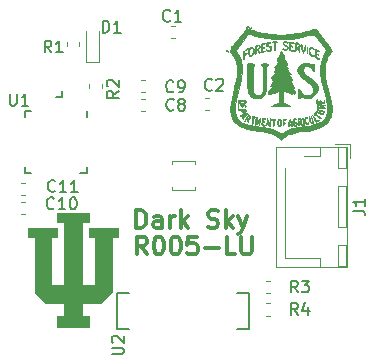
<source format=gbr>
G04 #@! TF.GenerationSoftware,KiCad,Pcbnew,(5.1.2)-2*
G04 #@! TF.CreationDate,2019-07-23T13:27:12-04:00*
G04 #@! TF.ProjectId,light_monitor,6c696768-745f-46d6-9f6e-69746f722e6b,R001*
G04 #@! TF.SameCoordinates,Original*
G04 #@! TF.FileFunction,Legend,Top*
G04 #@! TF.FilePolarity,Positive*
%FSLAX46Y46*%
G04 Gerber Fmt 4.6, Leading zero omitted, Abs format (unit mm)*
G04 Created by KiCad (PCBNEW (5.1.2)-2) date 2019-07-23 13:27:12*
%MOMM*%
%LPD*%
G04 APERTURE LIST*
%ADD10C,0.300000*%
%ADD11C,0.010000*%
%ADD12C,0.150000*%
%ADD13C,0.100000*%
%ADD14C,0.120000*%
G04 APERTURE END LIST*
D10*
X109355037Y-109669971D02*
X109355037Y-108169971D01*
X109712180Y-108169971D01*
X109926465Y-108241400D01*
X110069322Y-108384257D01*
X110140751Y-108527114D01*
X110212180Y-108812828D01*
X110212180Y-109027114D01*
X110140751Y-109312828D01*
X110069322Y-109455685D01*
X109926465Y-109598542D01*
X109712180Y-109669971D01*
X109355037Y-109669971D01*
X111497894Y-109669971D02*
X111497894Y-108884257D01*
X111426465Y-108741400D01*
X111283608Y-108669971D01*
X110997894Y-108669971D01*
X110855037Y-108741400D01*
X111497894Y-109598542D02*
X111355037Y-109669971D01*
X110997894Y-109669971D01*
X110855037Y-109598542D01*
X110783608Y-109455685D01*
X110783608Y-109312828D01*
X110855037Y-109169971D01*
X110997894Y-109098542D01*
X111355037Y-109098542D01*
X111497894Y-109027114D01*
X112212180Y-109669971D02*
X112212180Y-108669971D01*
X112212180Y-108955685D02*
X112283608Y-108812828D01*
X112355037Y-108741400D01*
X112497894Y-108669971D01*
X112640751Y-108669971D01*
X113140751Y-109669971D02*
X113140751Y-108169971D01*
X113283608Y-109098542D02*
X113712180Y-109669971D01*
X113712180Y-108669971D02*
X113140751Y-109241400D01*
X115426465Y-109598542D02*
X115640751Y-109669971D01*
X115997894Y-109669971D01*
X116140751Y-109598542D01*
X116212180Y-109527114D01*
X116283608Y-109384257D01*
X116283608Y-109241400D01*
X116212180Y-109098542D01*
X116140751Y-109027114D01*
X115997894Y-108955685D01*
X115712180Y-108884257D01*
X115569322Y-108812828D01*
X115497894Y-108741400D01*
X115426465Y-108598542D01*
X115426465Y-108455685D01*
X115497894Y-108312828D01*
X115569322Y-108241400D01*
X115712180Y-108169971D01*
X116069322Y-108169971D01*
X116283608Y-108241400D01*
X116926465Y-109669971D02*
X116926465Y-108169971D01*
X117069322Y-109098542D02*
X117497894Y-109669971D01*
X117497894Y-108669971D02*
X116926465Y-109241400D01*
X117997894Y-108669971D02*
X118355037Y-109669971D01*
X118712180Y-108669971D02*
X118355037Y-109669971D01*
X118212180Y-110027114D01*
X118140751Y-110098542D01*
X117997894Y-110169971D01*
X110249200Y-111917871D02*
X109749200Y-111203585D01*
X109392057Y-111917871D02*
X109392057Y-110417871D01*
X109963485Y-110417871D01*
X110106342Y-110489300D01*
X110177771Y-110560728D01*
X110249200Y-110703585D01*
X110249200Y-110917871D01*
X110177771Y-111060728D01*
X110106342Y-111132157D01*
X109963485Y-111203585D01*
X109392057Y-111203585D01*
X111177771Y-110417871D02*
X111320628Y-110417871D01*
X111463485Y-110489300D01*
X111534914Y-110560728D01*
X111606342Y-110703585D01*
X111677771Y-110989300D01*
X111677771Y-111346442D01*
X111606342Y-111632157D01*
X111534914Y-111775014D01*
X111463485Y-111846442D01*
X111320628Y-111917871D01*
X111177771Y-111917871D01*
X111034914Y-111846442D01*
X110963485Y-111775014D01*
X110892057Y-111632157D01*
X110820628Y-111346442D01*
X110820628Y-110989300D01*
X110892057Y-110703585D01*
X110963485Y-110560728D01*
X111034914Y-110489300D01*
X111177771Y-110417871D01*
X112606342Y-110417871D02*
X112749200Y-110417871D01*
X112892057Y-110489300D01*
X112963485Y-110560728D01*
X113034914Y-110703585D01*
X113106342Y-110989300D01*
X113106342Y-111346442D01*
X113034914Y-111632157D01*
X112963485Y-111775014D01*
X112892057Y-111846442D01*
X112749200Y-111917871D01*
X112606342Y-111917871D01*
X112463485Y-111846442D01*
X112392057Y-111775014D01*
X112320628Y-111632157D01*
X112249200Y-111346442D01*
X112249200Y-110989300D01*
X112320628Y-110703585D01*
X112392057Y-110560728D01*
X112463485Y-110489300D01*
X112606342Y-110417871D01*
X114463485Y-110417871D02*
X113749200Y-110417871D01*
X113677771Y-111132157D01*
X113749200Y-111060728D01*
X113892057Y-110989300D01*
X114249200Y-110989300D01*
X114392057Y-111060728D01*
X114463485Y-111132157D01*
X114534914Y-111275014D01*
X114534914Y-111632157D01*
X114463485Y-111775014D01*
X114392057Y-111846442D01*
X114249200Y-111917871D01*
X113892057Y-111917871D01*
X113749200Y-111846442D01*
X113677771Y-111775014D01*
X115177771Y-111346442D02*
X116320628Y-111346442D01*
X117749200Y-111917871D02*
X117034914Y-111917871D01*
X117034914Y-110417871D01*
X118249200Y-110417871D02*
X118249200Y-111632157D01*
X118320628Y-111775014D01*
X118392057Y-111846442D01*
X118534914Y-111917871D01*
X118820628Y-111917871D01*
X118963485Y-111846442D01*
X119034914Y-111775014D01*
X119106342Y-111632157D01*
X119106342Y-110417871D01*
D11*
G36*
X122120254Y-93915442D02*
G01*
X122153680Y-93975112D01*
X122123911Y-94003529D01*
X122055760Y-93976889D01*
X121941297Y-93947084D01*
X121877960Y-93955137D01*
X121804196Y-94013895D01*
X121820300Y-94086321D01*
X121919081Y-94156043D01*
X121975902Y-94178127D01*
X122118385Y-94258340D01*
X122191059Y-94368016D01*
X122184831Y-94483337D01*
X122121738Y-94560100D01*
X121970250Y-94628654D01*
X121821731Y-94596892D01*
X121774693Y-94566874D01*
X121717125Y-94499584D01*
X121736462Y-94464205D01*
X121805029Y-94470177D01*
X121833057Y-94501068D01*
X121900012Y-94546456D01*
X121992351Y-94527779D01*
X122079154Y-94457900D01*
X122086499Y-94369366D01*
X122017081Y-94300146D01*
X121975296Y-94287536D01*
X121840067Y-94229867D01*
X121759464Y-94134199D01*
X121740373Y-94027315D01*
X121789680Y-93935996D01*
X121874166Y-93894209D01*
X122017118Y-93881847D01*
X122120254Y-93915442D01*
X122120254Y-93915442D01*
G37*
X122120254Y-93915442D02*
X122153680Y-93975112D01*
X122123911Y-94003529D01*
X122055760Y-93976889D01*
X121941297Y-93947084D01*
X121877960Y-93955137D01*
X121804196Y-94013895D01*
X121820300Y-94086321D01*
X121919081Y-94156043D01*
X121975902Y-94178127D01*
X122118385Y-94258340D01*
X122191059Y-94368016D01*
X122184831Y-94483337D01*
X122121738Y-94560100D01*
X121970250Y-94628654D01*
X121821731Y-94596892D01*
X121774693Y-94566874D01*
X121717125Y-94499584D01*
X121736462Y-94464205D01*
X121805029Y-94470177D01*
X121833057Y-94501068D01*
X121900012Y-94546456D01*
X121992351Y-94527779D01*
X122079154Y-94457900D01*
X122086499Y-94369366D01*
X122017081Y-94300146D01*
X121975296Y-94287536D01*
X121840067Y-94229867D01*
X121759464Y-94134199D01*
X121740373Y-94027315D01*
X121789680Y-93935996D01*
X121874166Y-93894209D01*
X122017118Y-93881847D01*
X122120254Y-93915442D01*
G36*
X121216010Y-93884744D02*
G01*
X121285422Y-93913235D01*
X121290080Y-93924120D01*
X121247349Y-93964820D01*
X121184145Y-93974920D01*
X121127526Y-93982985D01*
X121097733Y-94022289D01*
X121088667Y-94115498D01*
X121094228Y-94285275D01*
X121095245Y-94305226D01*
X121097416Y-94488534D01*
X121083403Y-94604109D01*
X121061480Y-94635533D01*
X121035729Y-94588182D01*
X121024652Y-94458309D01*
X121027714Y-94305226D01*
X121034402Y-94127524D01*
X121027087Y-94028403D01*
X120999445Y-93985135D01*
X120945153Y-93974991D01*
X120935816Y-93974920D01*
X120862885Y-93956026D01*
X120858280Y-93924120D01*
X120924886Y-93891648D01*
X121051228Y-93874248D01*
X121089878Y-93873320D01*
X121216010Y-93884744D01*
X121216010Y-93884744D01*
G37*
X121216010Y-93884744D02*
X121285422Y-93913235D01*
X121290080Y-93924120D01*
X121247349Y-93964820D01*
X121184145Y-93974920D01*
X121127526Y-93982985D01*
X121097733Y-94022289D01*
X121088667Y-94115498D01*
X121094228Y-94285275D01*
X121095245Y-94305226D01*
X121097416Y-94488534D01*
X121083403Y-94604109D01*
X121061480Y-94635533D01*
X121035729Y-94588182D01*
X121024652Y-94458309D01*
X121027714Y-94305226D01*
X121034402Y-94127524D01*
X121027087Y-94028403D01*
X120999445Y-93985135D01*
X120945153Y-93974991D01*
X120935816Y-93974920D01*
X120862885Y-93956026D01*
X120858280Y-93924120D01*
X120924886Y-93891648D01*
X121051228Y-93874248D01*
X121089878Y-93873320D01*
X121216010Y-93884744D01*
G36*
X122458480Y-93915413D02*
G01*
X122585760Y-93938537D01*
X122656520Y-93972726D01*
X122661680Y-93984292D01*
X122618638Y-94010247D01*
X122509835Y-94000441D01*
X122509280Y-94000320D01*
X122402981Y-93986025D01*
X122362586Y-94022084D01*
X122356880Y-94097883D01*
X122379147Y-94199477D01*
X122457162Y-94228916D01*
X122458480Y-94228920D01*
X122540986Y-94252642D01*
X122560080Y-94285644D01*
X122519874Y-94320571D01*
X122458480Y-94315800D01*
X122385758Y-94313852D01*
X122359118Y-94377295D01*
X122356880Y-94436875D01*
X122370429Y-94542279D01*
X122432642Y-94580517D01*
X122506281Y-94584520D01*
X122623599Y-94600179D01*
X122687080Y-94635320D01*
X122670463Y-94670178D01*
X122570049Y-94677263D01*
X122399958Y-94655912D01*
X122369580Y-94650268D01*
X122310228Y-94630824D01*
X122275949Y-94585664D01*
X122259946Y-94491701D01*
X122255417Y-94325848D01*
X122255280Y-94262144D01*
X122255280Y-93896035D01*
X122458480Y-93915413D01*
X122458480Y-93915413D01*
G37*
X122458480Y-93915413D02*
X122585760Y-93938537D01*
X122656520Y-93972726D01*
X122661680Y-93984292D01*
X122618638Y-94010247D01*
X122509835Y-94000441D01*
X122509280Y-94000320D01*
X122402981Y-93986025D01*
X122362586Y-94022084D01*
X122356880Y-94097883D01*
X122379147Y-94199477D01*
X122457162Y-94228916D01*
X122458480Y-94228920D01*
X122540986Y-94252642D01*
X122560080Y-94285644D01*
X122519874Y-94320571D01*
X122458480Y-94315800D01*
X122385758Y-94313852D01*
X122359118Y-94377295D01*
X122356880Y-94436875D01*
X122370429Y-94542279D01*
X122432642Y-94580517D01*
X122506281Y-94584520D01*
X122623599Y-94600179D01*
X122687080Y-94635320D01*
X122670463Y-94670178D01*
X122570049Y-94677263D01*
X122399958Y-94655912D01*
X122369580Y-94650268D01*
X122310228Y-94630824D01*
X122275949Y-94585664D01*
X122259946Y-94491701D01*
X122255417Y-94325848D01*
X122255280Y-94262144D01*
X122255280Y-93896035D01*
X122458480Y-93915413D01*
G36*
X120612245Y-93934062D02*
G01*
X120704953Y-93965938D01*
X120709659Y-94010447D01*
X120633153Y-94043649D01*
X120579813Y-94048437D01*
X120467018Y-94078502D01*
X120433764Y-94142943D01*
X120480097Y-94212861D01*
X120579484Y-94254452D01*
X120722752Y-94315865D01*
X120774020Y-94419551D01*
X120739047Y-94562359D01*
X120655383Y-94661636D01*
X120537635Y-94686120D01*
X120420887Y-94675319D01*
X120358746Y-94652253D01*
X120322939Y-94587503D01*
X120368191Y-94564633D01*
X120450161Y-94583866D01*
X120570716Y-94602883D01*
X120653361Y-94553580D01*
X120715690Y-94483030D01*
X120731280Y-94455195D01*
X120690361Y-94417357D01*
X120594861Y-94364305D01*
X120485661Y-94315599D01*
X120403643Y-94290798D01*
X120388912Y-94291390D01*
X120352443Y-94260352D01*
X120334876Y-94197151D01*
X120360832Y-94066218D01*
X120457083Y-93968097D01*
X120592374Y-93932434D01*
X120612245Y-93934062D01*
X120612245Y-93934062D01*
G37*
X120612245Y-93934062D02*
X120704953Y-93965938D01*
X120709659Y-94010447D01*
X120633153Y-94043649D01*
X120579813Y-94048437D01*
X120467018Y-94078502D01*
X120433764Y-94142943D01*
X120480097Y-94212861D01*
X120579484Y-94254452D01*
X120722752Y-94315865D01*
X120774020Y-94419551D01*
X120739047Y-94562359D01*
X120655383Y-94661636D01*
X120537635Y-94686120D01*
X120420887Y-94675319D01*
X120358746Y-94652253D01*
X120322939Y-94587503D01*
X120368191Y-94564633D01*
X120450161Y-94583866D01*
X120570716Y-94602883D01*
X120653361Y-94553580D01*
X120715690Y-94483030D01*
X120731280Y-94455195D01*
X120690361Y-94417357D01*
X120594861Y-94364305D01*
X120485661Y-94315599D01*
X120403643Y-94290798D01*
X120388912Y-94291390D01*
X120352443Y-94260352D01*
X120334876Y-94197151D01*
X120360832Y-94066218D01*
X120457083Y-93968097D01*
X120592374Y-93932434D01*
X120612245Y-93934062D01*
G36*
X123035759Y-94014606D02*
G01*
X123147208Y-94113881D01*
X123196085Y-94243068D01*
X123193137Y-94289806D01*
X123157445Y-94387164D01*
X123123072Y-94422255D01*
X123102947Y-94477531D01*
X123128443Y-94590116D01*
X123163581Y-94718532D01*
X123155275Y-94760661D01*
X123112598Y-94717190D01*
X123044623Y-94588807D01*
X123042262Y-94583593D01*
X122964532Y-94449867D01*
X122897983Y-94402866D01*
X122853837Y-94444433D01*
X122842308Y-94550766D01*
X122831171Y-94650145D01*
X122804208Y-94686120D01*
X122784035Y-94639618D01*
X122769417Y-94517244D01*
X122763312Y-94344689D01*
X122763280Y-94330520D01*
X122763659Y-94292767D01*
X122847769Y-94292767D01*
X122899635Y-94326591D01*
X122977057Y-94330520D01*
X123081810Y-94318012D01*
X123113195Y-94265127D01*
X123109713Y-94216220D01*
X123060489Y-94114568D01*
X122975926Y-94080931D01*
X122893205Y-94117540D01*
X122852960Y-94200830D01*
X122847769Y-94292767D01*
X122763659Y-94292767D01*
X122765147Y-94144738D01*
X122776021Y-94038411D01*
X122803808Y-93989401D01*
X122856415Y-93975567D01*
X122890280Y-93974920D01*
X123035759Y-94014606D01*
X123035759Y-94014606D01*
G37*
X123035759Y-94014606D02*
X123147208Y-94113881D01*
X123196085Y-94243068D01*
X123193137Y-94289806D01*
X123157445Y-94387164D01*
X123123072Y-94422255D01*
X123102947Y-94477531D01*
X123128443Y-94590116D01*
X123163581Y-94718532D01*
X123155275Y-94760661D01*
X123112598Y-94717190D01*
X123044623Y-94588807D01*
X123042262Y-94583593D01*
X122964532Y-94449867D01*
X122897983Y-94402866D01*
X122853837Y-94444433D01*
X122842308Y-94550766D01*
X122831171Y-94650145D01*
X122804208Y-94686120D01*
X122784035Y-94639618D01*
X122769417Y-94517244D01*
X122763312Y-94344689D01*
X122763280Y-94330520D01*
X122763659Y-94292767D01*
X122847769Y-94292767D01*
X122899635Y-94326591D01*
X122977057Y-94330520D01*
X123081810Y-94318012D01*
X123113195Y-94265127D01*
X123109713Y-94216220D01*
X123060489Y-94114568D01*
X122975926Y-94080931D01*
X122893205Y-94117540D01*
X122852960Y-94200830D01*
X122847769Y-94292767D01*
X122763659Y-94292767D01*
X122765147Y-94144738D01*
X122776021Y-94038411D01*
X122803808Y-93989401D01*
X122856415Y-93975567D01*
X122890280Y-93974920D01*
X123035759Y-94014606D01*
G36*
X123304973Y-94122103D02*
G01*
X123344290Y-94240681D01*
X123376742Y-94380351D01*
X123413526Y-94535239D01*
X123449811Y-94636091D01*
X123474650Y-94660614D01*
X123508675Y-94601482D01*
X123552610Y-94477327D01*
X123575980Y-94394883D01*
X123615425Y-94268788D01*
X123648205Y-94207418D01*
X123661158Y-94211710D01*
X123661046Y-94291720D01*
X123635057Y-94424160D01*
X123592857Y-94576852D01*
X123544115Y-94717621D01*
X123498499Y-94814288D01*
X123472833Y-94838520D01*
X123433932Y-94794151D01*
X123388844Y-94682322D01*
X123371586Y-94622620D01*
X123324599Y-94442084D01*
X123279739Y-94270596D01*
X123272122Y-94241620D01*
X123254014Y-94129421D01*
X123268789Y-94077220D01*
X123272818Y-94076520D01*
X123304973Y-94122103D01*
X123304973Y-94122103D01*
G37*
X123304973Y-94122103D02*
X123344290Y-94240681D01*
X123376742Y-94380351D01*
X123413526Y-94535239D01*
X123449811Y-94636091D01*
X123474650Y-94660614D01*
X123508675Y-94601482D01*
X123552610Y-94477327D01*
X123575980Y-94394883D01*
X123615425Y-94268788D01*
X123648205Y-94207418D01*
X123661158Y-94211710D01*
X123661046Y-94291720D01*
X123635057Y-94424160D01*
X123592857Y-94576852D01*
X123544115Y-94717621D01*
X123498499Y-94814288D01*
X123472833Y-94838520D01*
X123433932Y-94794151D01*
X123388844Y-94682322D01*
X123371586Y-94622620D01*
X123324599Y-94442084D01*
X123279739Y-94270596D01*
X123272122Y-94241620D01*
X123254014Y-94129421D01*
X123268789Y-94077220D01*
X123272818Y-94076520D01*
X123304973Y-94122103D01*
G36*
X120267570Y-94016633D02*
G01*
X120274080Y-94024771D01*
X120230237Y-94060878D01*
X120124493Y-94093730D01*
X120121680Y-94094300D01*
X120009408Y-94136259D01*
X119970683Y-94217329D01*
X119969280Y-94248294D01*
X119985877Y-94337431D01*
X120050774Y-94349876D01*
X120070880Y-94345239D01*
X120152268Y-94346403D01*
X120172480Y-94375395D01*
X120129990Y-94421459D01*
X120070880Y-94432120D01*
X119992489Y-94460402D01*
X119969300Y-94560081D01*
X119969280Y-94564885D01*
X119981157Y-94656390D01*
X120037705Y-94683108D01*
X120121680Y-94675283D01*
X120227923Y-94671650D01*
X120274023Y-94693775D01*
X120274080Y-94694918D01*
X120232809Y-94732217D01*
X120197880Y-94736920D01*
X120082621Y-94743639D01*
X119992377Y-94775941D01*
X119956580Y-94794516D01*
X119911157Y-94809913D01*
X119884488Y-94783618D01*
X119871675Y-94697507D01*
X119867821Y-94533454D01*
X119867680Y-94465486D01*
X119867680Y-94088878D01*
X120070880Y-94037300D01*
X120196009Y-94013876D01*
X120267570Y-94016633D01*
X120267570Y-94016633D01*
G37*
X120267570Y-94016633D02*
X120274080Y-94024771D01*
X120230237Y-94060878D01*
X120124493Y-94093730D01*
X120121680Y-94094300D01*
X120009408Y-94136259D01*
X119970683Y-94217329D01*
X119969280Y-94248294D01*
X119985877Y-94337431D01*
X120050774Y-94349876D01*
X120070880Y-94345239D01*
X120152268Y-94346403D01*
X120172480Y-94375395D01*
X120129990Y-94421459D01*
X120070880Y-94432120D01*
X119992489Y-94460402D01*
X119969300Y-94560081D01*
X119969280Y-94564885D01*
X119981157Y-94656390D01*
X120037705Y-94683108D01*
X120121680Y-94675283D01*
X120227923Y-94671650D01*
X120274023Y-94693775D01*
X120274080Y-94694918D01*
X120232809Y-94732217D01*
X120197880Y-94736920D01*
X120082621Y-94743639D01*
X119992377Y-94775941D01*
X119956580Y-94794516D01*
X119911157Y-94809913D01*
X119884488Y-94783618D01*
X119871675Y-94697507D01*
X119867821Y-94533454D01*
X119867680Y-94465486D01*
X119867680Y-94088878D01*
X120070880Y-94037300D01*
X120196009Y-94013876D01*
X120267570Y-94016633D01*
G36*
X123812251Y-94383011D02*
G01*
X123816541Y-94420762D01*
X123824457Y-94612624D01*
X123818547Y-94801654D01*
X123816206Y-94827162D01*
X123807423Y-94868622D01*
X123800712Y-94819576D01*
X123797068Y-94691112D01*
X123796694Y-94609920D01*
X123798860Y-94452952D01*
X123804376Y-94374163D01*
X123812251Y-94383011D01*
X123812251Y-94383011D01*
G37*
X123812251Y-94383011D02*
X123816541Y-94420762D01*
X123824457Y-94612624D01*
X123818547Y-94801654D01*
X123816206Y-94827162D01*
X123807423Y-94868622D01*
X123800712Y-94819576D01*
X123797068Y-94691112D01*
X123796694Y-94609920D01*
X123798860Y-94452952D01*
X123804376Y-94374163D01*
X123812251Y-94383011D01*
G36*
X119729216Y-94174972D02*
G01*
X119763339Y-94204408D01*
X119810747Y-94267342D01*
X119805152Y-94336718D01*
X119751839Y-94440538D01*
X119695486Y-94554288D01*
X119694362Y-94633453D01*
X119740382Y-94718195D01*
X119787007Y-94806544D01*
X119767140Y-94837609D01*
X119753897Y-94838520D01*
X119684549Y-94797274D01*
X119638426Y-94727506D01*
X119566401Y-94616314D01*
X119504423Y-94601501D01*
X119466657Y-94680861D01*
X119461280Y-94755088D01*
X119448126Y-94883109D01*
X119415915Y-94961135D01*
X119410480Y-94965520D01*
X119382712Y-94936442D01*
X119365381Y-94814431D01*
X119359680Y-94617887D01*
X119359680Y-94489997D01*
X119468318Y-94489997D01*
X119509699Y-94508908D01*
X119572244Y-94489687D01*
X119670212Y-94413663D01*
X119706646Y-94333624D01*
X119701795Y-94250669D01*
X119633547Y-94234254D01*
X119605046Y-94237553D01*
X119508003Y-94284516D01*
X119470644Y-94393616D01*
X119468318Y-94489997D01*
X119359680Y-94489997D01*
X119359680Y-94238859D01*
X119522111Y-94182235D01*
X119647702Y-94151440D01*
X119729216Y-94174972D01*
X119729216Y-94174972D01*
G37*
X119729216Y-94174972D02*
X119763339Y-94204408D01*
X119810747Y-94267342D01*
X119805152Y-94336718D01*
X119751839Y-94440538D01*
X119695486Y-94554288D01*
X119694362Y-94633453D01*
X119740382Y-94718195D01*
X119787007Y-94806544D01*
X119767140Y-94837609D01*
X119753897Y-94838520D01*
X119684549Y-94797274D01*
X119638426Y-94727506D01*
X119566401Y-94616314D01*
X119504423Y-94601501D01*
X119466657Y-94680861D01*
X119461280Y-94755088D01*
X119448126Y-94883109D01*
X119415915Y-94961135D01*
X119410480Y-94965520D01*
X119382712Y-94936442D01*
X119365381Y-94814431D01*
X119359680Y-94617887D01*
X119359680Y-94489997D01*
X119468318Y-94489997D01*
X119509699Y-94508908D01*
X119572244Y-94489687D01*
X119670212Y-94413663D01*
X119706646Y-94333624D01*
X119701795Y-94250669D01*
X119633547Y-94234254D01*
X119605046Y-94237553D01*
X119508003Y-94284516D01*
X119470644Y-94393616D01*
X119468318Y-94489997D01*
X119359680Y-94489997D01*
X119359680Y-94238859D01*
X119522111Y-94182235D01*
X119647702Y-94151440D01*
X119729216Y-94174972D01*
G36*
X124235770Y-94385224D02*
G01*
X124325840Y-94446138D01*
X124365249Y-94515114D01*
X124358068Y-94542475D01*
X124312034Y-94557802D01*
X124277725Y-94514843D01*
X124195541Y-94445295D01*
X124093686Y-94440748D01*
X124018110Y-94501613D01*
X124013315Y-94512474D01*
X123984173Y-94688666D01*
X124020544Y-94853639D01*
X124109378Y-94979922D01*
X124237622Y-95040043D01*
X124264760Y-95041720D01*
X124358842Y-95059476D01*
X124388880Y-95092520D01*
X124351169Y-95138239D01*
X124261087Y-95137035D01*
X124153210Y-95094547D01*
X124085372Y-95043012D01*
X123988980Y-94897917D01*
X123939621Y-94722780D01*
X123939436Y-94550234D01*
X123990567Y-94412918D01*
X124040849Y-94364539D01*
X124129340Y-94351611D01*
X124235770Y-94385224D01*
X124235770Y-94385224D01*
G37*
X124235770Y-94385224D02*
X124325840Y-94446138D01*
X124365249Y-94515114D01*
X124358068Y-94542475D01*
X124312034Y-94557802D01*
X124277725Y-94514843D01*
X124195541Y-94445295D01*
X124093686Y-94440748D01*
X124018110Y-94501613D01*
X124013315Y-94512474D01*
X123984173Y-94688666D01*
X124020544Y-94853639D01*
X124109378Y-94979922D01*
X124237622Y-95040043D01*
X124264760Y-95041720D01*
X124358842Y-95059476D01*
X124388880Y-95092520D01*
X124351169Y-95138239D01*
X124261087Y-95137035D01*
X124153210Y-95094547D01*
X124085372Y-95043012D01*
X123988980Y-94897917D01*
X123939621Y-94722780D01*
X123939436Y-94550234D01*
X123990567Y-94412918D01*
X124040849Y-94364539D01*
X124129340Y-94351611D01*
X124235770Y-94385224D01*
G36*
X119265244Y-94418478D02*
G01*
X119306325Y-94582497D01*
X119308880Y-94649387D01*
X119283447Y-94819909D01*
X119191723Y-94962055D01*
X119160387Y-94994827D01*
X119033843Y-95105763D01*
X118946546Y-95136006D01*
X118880144Y-95088559D01*
X118853467Y-95045059D01*
X118800663Y-94849654D01*
X118801609Y-94841859D01*
X118857843Y-94841859D01*
X118891666Y-94951445D01*
X118900363Y-94962970D01*
X118975972Y-95031007D01*
X119046724Y-95019602D01*
X119131673Y-94939464D01*
X119200233Y-94810075D01*
X119222181Y-94653259D01*
X119194401Y-94514948D01*
X119163548Y-94469668D01*
X119082105Y-94440064D01*
X118997911Y-94486664D01*
X118923868Y-94585286D01*
X118872878Y-94711745D01*
X118857843Y-94841859D01*
X118801609Y-94841859D01*
X118825816Y-94642395D01*
X118923492Y-94467070D01*
X118925454Y-94464937D01*
X119065029Y-94354994D01*
X119181552Y-94341076D01*
X119265244Y-94418478D01*
X119265244Y-94418478D01*
G37*
X119265244Y-94418478D02*
X119306325Y-94582497D01*
X119308880Y-94649387D01*
X119283447Y-94819909D01*
X119191723Y-94962055D01*
X119160387Y-94994827D01*
X119033843Y-95105763D01*
X118946546Y-95136006D01*
X118880144Y-95088559D01*
X118853467Y-95045059D01*
X118800663Y-94849654D01*
X118801609Y-94841859D01*
X118857843Y-94841859D01*
X118891666Y-94951445D01*
X118900363Y-94962970D01*
X118975972Y-95031007D01*
X119046724Y-95019602D01*
X119131673Y-94939464D01*
X119200233Y-94810075D01*
X119222181Y-94653259D01*
X119194401Y-94514948D01*
X119163548Y-94469668D01*
X119082105Y-94440064D01*
X118997911Y-94486664D01*
X118923868Y-94585286D01*
X118872878Y-94711745D01*
X118857843Y-94841859D01*
X118801609Y-94841859D01*
X118825816Y-94642395D01*
X118923492Y-94467070D01*
X118925454Y-94464937D01*
X119065029Y-94354994D01*
X119181552Y-94341076D01*
X119265244Y-94418478D01*
G36*
X124627757Y-94574251D02*
G01*
X124737620Y-94637290D01*
X124793499Y-94690187D01*
X124795280Y-94697316D01*
X124758684Y-94711285D01*
X124697019Y-94687907D01*
X124593629Y-94642067D01*
X124550027Y-94663679D01*
X124541280Y-94758896D01*
X124580332Y-94875137D01*
X124642880Y-94914720D01*
X124725000Y-94961086D01*
X124744480Y-94996130D01*
X124708272Y-95016212D01*
X124642880Y-94990920D01*
X124568131Y-94963956D01*
X124543097Y-95010933D01*
X124541280Y-95064028D01*
X124579431Y-95183301D01*
X124693680Y-95270320D01*
X124796508Y-95329845D01*
X124845426Y-95370655D01*
X124846080Y-95373224D01*
X124808384Y-95395733D01*
X124715199Y-95371163D01*
X124596375Y-95307566D01*
X124592080Y-95304706D01*
X124525095Y-95250112D01*
X124486571Y-95180395D01*
X124468500Y-95067848D01*
X124462875Y-94884767D01*
X124462657Y-94856943D01*
X124460235Y-94494366D01*
X124627757Y-94574251D01*
X124627757Y-94574251D01*
G37*
X124627757Y-94574251D02*
X124737620Y-94637290D01*
X124793499Y-94690187D01*
X124795280Y-94697316D01*
X124758684Y-94711285D01*
X124697019Y-94687907D01*
X124593629Y-94642067D01*
X124550027Y-94663679D01*
X124541280Y-94758896D01*
X124580332Y-94875137D01*
X124642880Y-94914720D01*
X124725000Y-94961086D01*
X124744480Y-94996130D01*
X124708272Y-95016212D01*
X124642880Y-94990920D01*
X124568131Y-94963956D01*
X124543097Y-95010933D01*
X124541280Y-95064028D01*
X124579431Y-95183301D01*
X124693680Y-95270320D01*
X124796508Y-95329845D01*
X124845426Y-95370655D01*
X124846080Y-95373224D01*
X124808384Y-95395733D01*
X124715199Y-95371163D01*
X124596375Y-95307566D01*
X124592080Y-95304706D01*
X124525095Y-95250112D01*
X124486571Y-95180395D01*
X124468500Y-95067848D01*
X124462875Y-94884767D01*
X124462657Y-94856943D01*
X124460235Y-94494366D01*
X124627757Y-94574251D01*
G36*
X118790275Y-94505354D02*
G01*
X118740534Y-94559531D01*
X118644250Y-94626120D01*
X118593266Y-94653903D01*
X118501518Y-94740313D01*
X118470566Y-94824635D01*
X118479696Y-94904343D01*
X118543067Y-94919002D01*
X118593556Y-94910328D01*
X118680865Y-94894939D01*
X118676359Y-94911100D01*
X118623080Y-94945271D01*
X118505650Y-95039837D01*
X118465415Y-95151979D01*
X118470632Y-95254708D01*
X118469266Y-95356762D01*
X118441580Y-95397320D01*
X118418388Y-95350818D01*
X118401571Y-95228424D01*
X118394520Y-95055797D01*
X118394480Y-95040973D01*
X118396825Y-94853019D01*
X118410771Y-94737968D01*
X118446682Y-94667132D01*
X118514921Y-94611822D01*
X118559580Y-94583963D01*
X118678980Y-94518278D01*
X118763415Y-94484366D01*
X118772940Y-94483109D01*
X118790275Y-94505354D01*
X118790275Y-94505354D01*
G37*
X118790275Y-94505354D02*
X118740534Y-94559531D01*
X118644250Y-94626120D01*
X118593266Y-94653903D01*
X118501518Y-94740313D01*
X118470566Y-94824635D01*
X118479696Y-94904343D01*
X118543067Y-94919002D01*
X118593556Y-94910328D01*
X118680865Y-94894939D01*
X118676359Y-94911100D01*
X118623080Y-94945271D01*
X118505650Y-95039837D01*
X118465415Y-95151979D01*
X118470632Y-95254708D01*
X118469266Y-95356762D01*
X118441580Y-95397320D01*
X118418388Y-95350818D01*
X118401571Y-95228424D01*
X118394520Y-95055797D01*
X118394480Y-95040973D01*
X118396825Y-94853019D01*
X118410771Y-94737968D01*
X118446682Y-94667132D01*
X118514921Y-94611822D01*
X118559580Y-94583963D01*
X118678980Y-94518278D01*
X118763415Y-94484366D01*
X118772940Y-94483109D01*
X118790275Y-94505354D01*
G36*
X124134880Y-95759826D02*
G01*
X124414280Y-95779983D01*
X124429515Y-96071251D01*
X124434689Y-96235960D01*
X124423239Y-96323416D01*
X124387864Y-96357539D01*
X124340615Y-96362520D01*
X124253466Y-96327351D01*
X124236480Y-96264607D01*
X124191257Y-96141182D01*
X124075048Y-96043343D01*
X123917043Y-95979726D01*
X123746434Y-95958967D01*
X123592409Y-95989700D01*
X123507753Y-96049020D01*
X123424266Y-96196280D01*
X123433398Y-96354498D01*
X123536836Y-96526725D01*
X123736269Y-96716015D01*
X123969937Y-96884336D01*
X124288367Y-97114304D01*
X124515094Y-97327882D01*
X124656454Y-97535338D01*
X124718786Y-97746940D01*
X124708426Y-97972956D01*
X124690360Y-98051620D01*
X124594441Y-98259575D01*
X124436597Y-98452260D01*
X124245422Y-98601454D01*
X124055856Y-98677801D01*
X123836989Y-98696459D01*
X123614996Y-98678943D01*
X123426055Y-98630532D01*
X123320018Y-98570454D01*
X123247579Y-98511222D01*
X123223023Y-98526927D01*
X123220480Y-98589846D01*
X123188573Y-98679841D01*
X123118880Y-98699320D01*
X123066933Y-98690321D01*
X123036453Y-98649288D01*
X123021827Y-98555167D01*
X123017439Y-98386902D01*
X123017280Y-98318320D01*
X123019679Y-98123519D01*
X123030621Y-98009222D01*
X123055720Y-97954372D01*
X123100591Y-97937917D01*
X123118880Y-97937320D01*
X123204479Y-97973762D01*
X123220480Y-98032069D01*
X123265174Y-98173661D01*
X123380808Y-98310909D01*
X123539710Y-98415014D01*
X123614889Y-98442539D01*
X123848161Y-98467792D01*
X124055895Y-98418890D01*
X124218771Y-98307313D01*
X124317472Y-98144541D01*
X124338080Y-98012784D01*
X124290146Y-97798402D01*
X124144911Y-97581948D01*
X123945168Y-97395266D01*
X123814427Y-97286462D01*
X123719953Y-97200831D01*
X123686146Y-97162620D01*
X123627662Y-97126426D01*
X123607615Y-97124520D01*
X123543375Y-97090832D01*
X123490088Y-97048320D01*
X124033280Y-97048320D01*
X124058680Y-97073720D01*
X124084080Y-97048320D01*
X124058680Y-97022920D01*
X124033280Y-97048320D01*
X123490088Y-97048320D01*
X123432259Y-97002185D01*
X123297449Y-96877205D01*
X123287332Y-96867186D01*
X123107399Y-96664592D01*
X123067474Y-96591120D01*
X123068080Y-96591120D01*
X123093480Y-96616520D01*
X123118880Y-96591120D01*
X123093480Y-96565720D01*
X123068080Y-96591120D01*
X123067474Y-96591120D01*
X123011440Y-96488005D01*
X123006312Y-96438720D01*
X123068080Y-96438720D01*
X123093480Y-96464120D01*
X123118880Y-96438720D01*
X123093480Y-96413320D01*
X123068080Y-96438720D01*
X123006312Y-96438720D01*
X122993547Y-96316065D01*
X123047809Y-96127411D01*
X123069590Y-96080000D01*
X123153153Y-95937727D01*
X123255055Y-95837949D01*
X123274462Y-95829120D01*
X124338080Y-95829120D01*
X124363480Y-95854520D01*
X124388880Y-95829120D01*
X124363480Y-95803720D01*
X124338080Y-95829120D01*
X123274462Y-95829120D01*
X123392029Y-95775635D01*
X123580803Y-95745759D01*
X123838110Y-95743292D01*
X124134880Y-95759826D01*
X124134880Y-95759826D01*
G37*
X124134880Y-95759826D02*
X124414280Y-95779983D01*
X124429515Y-96071251D01*
X124434689Y-96235960D01*
X124423239Y-96323416D01*
X124387864Y-96357539D01*
X124340615Y-96362520D01*
X124253466Y-96327351D01*
X124236480Y-96264607D01*
X124191257Y-96141182D01*
X124075048Y-96043343D01*
X123917043Y-95979726D01*
X123746434Y-95958967D01*
X123592409Y-95989700D01*
X123507753Y-96049020D01*
X123424266Y-96196280D01*
X123433398Y-96354498D01*
X123536836Y-96526725D01*
X123736269Y-96716015D01*
X123969937Y-96884336D01*
X124288367Y-97114304D01*
X124515094Y-97327882D01*
X124656454Y-97535338D01*
X124718786Y-97746940D01*
X124708426Y-97972956D01*
X124690360Y-98051620D01*
X124594441Y-98259575D01*
X124436597Y-98452260D01*
X124245422Y-98601454D01*
X124055856Y-98677801D01*
X123836989Y-98696459D01*
X123614996Y-98678943D01*
X123426055Y-98630532D01*
X123320018Y-98570454D01*
X123247579Y-98511222D01*
X123223023Y-98526927D01*
X123220480Y-98589846D01*
X123188573Y-98679841D01*
X123118880Y-98699320D01*
X123066933Y-98690321D01*
X123036453Y-98649288D01*
X123021827Y-98555167D01*
X123017439Y-98386902D01*
X123017280Y-98318320D01*
X123019679Y-98123519D01*
X123030621Y-98009222D01*
X123055720Y-97954372D01*
X123100591Y-97937917D01*
X123118880Y-97937320D01*
X123204479Y-97973762D01*
X123220480Y-98032069D01*
X123265174Y-98173661D01*
X123380808Y-98310909D01*
X123539710Y-98415014D01*
X123614889Y-98442539D01*
X123848161Y-98467792D01*
X124055895Y-98418890D01*
X124218771Y-98307313D01*
X124317472Y-98144541D01*
X124338080Y-98012784D01*
X124290146Y-97798402D01*
X124144911Y-97581948D01*
X123945168Y-97395266D01*
X123814427Y-97286462D01*
X123719953Y-97200831D01*
X123686146Y-97162620D01*
X123627662Y-97126426D01*
X123607615Y-97124520D01*
X123543375Y-97090832D01*
X123490088Y-97048320D01*
X124033280Y-97048320D01*
X124058680Y-97073720D01*
X124084080Y-97048320D01*
X124058680Y-97022920D01*
X124033280Y-97048320D01*
X123490088Y-97048320D01*
X123432259Y-97002185D01*
X123297449Y-96877205D01*
X123287332Y-96867186D01*
X123107399Y-96664592D01*
X123067474Y-96591120D01*
X123068080Y-96591120D01*
X123093480Y-96616520D01*
X123118880Y-96591120D01*
X123093480Y-96565720D01*
X123068080Y-96591120D01*
X123067474Y-96591120D01*
X123011440Y-96488005D01*
X123006312Y-96438720D01*
X123068080Y-96438720D01*
X123093480Y-96464120D01*
X123118880Y-96438720D01*
X123093480Y-96413320D01*
X123068080Y-96438720D01*
X123006312Y-96438720D01*
X122993547Y-96316065D01*
X123047809Y-96127411D01*
X123069590Y-96080000D01*
X123153153Y-95937727D01*
X123255055Y-95837949D01*
X123274462Y-95829120D01*
X124338080Y-95829120D01*
X124363480Y-95854520D01*
X124388880Y-95829120D01*
X124363480Y-95803720D01*
X124338080Y-95829120D01*
X123274462Y-95829120D01*
X123392029Y-95775635D01*
X123580803Y-95745759D01*
X123838110Y-95743292D01*
X124134880Y-95759826D01*
G36*
X120359344Y-95757329D02*
G01*
X120443458Y-95776396D01*
X120474300Y-95818875D01*
X120477280Y-95854520D01*
X120445516Y-95937262D01*
X120401080Y-95956120D01*
X120375752Y-95968159D01*
X120356606Y-96012223D01*
X120342820Y-96100229D01*
X120333570Y-96244094D01*
X120328034Y-96455736D01*
X120325390Y-96747071D01*
X120324801Y-97061020D01*
X120323795Y-97434908D01*
X120320168Y-97721708D01*
X120312911Y-97935919D01*
X120301018Y-98092038D01*
X120283482Y-98204565D01*
X120259295Y-98287999D01*
X120235901Y-98340762D01*
X120084228Y-98532926D01*
X119867063Y-98661151D01*
X119603467Y-98717831D01*
X119335490Y-98700084D01*
X119137492Y-98621964D01*
X118970227Y-98471898D01*
X118947237Y-98442012D01*
X119168935Y-98442012D01*
X119175883Y-98445320D01*
X119222243Y-98409557D01*
X119232680Y-98394520D01*
X119245624Y-98347027D01*
X119238676Y-98343720D01*
X119192316Y-98379482D01*
X119181880Y-98394520D01*
X119168935Y-98442012D01*
X118947237Y-98442012D01*
X118898218Y-98378293D01*
X118842993Y-98275638D01*
X118802741Y-98150045D01*
X118775646Y-97987622D01*
X118759895Y-97774482D01*
X118753676Y-97496733D01*
X118755173Y-97140486D01*
X118759470Y-96857757D01*
X118762585Y-96567847D01*
X118761404Y-96316645D01*
X118756321Y-96120283D01*
X118747732Y-95994894D01*
X118737380Y-95956057D01*
X118706397Y-95913462D01*
X118699280Y-95854520D01*
X118710401Y-95797774D01*
X118759255Y-95767111D01*
X118869078Y-95754787D01*
X119004080Y-95752920D01*
X119174316Y-95756627D01*
X119266304Y-95772911D01*
X119303276Y-95809519D01*
X119308880Y-95854520D01*
X119287606Y-95937068D01*
X119258080Y-95956120D01*
X119239926Y-96006003D01*
X119225528Y-96152105D01*
X119215131Y-96389106D01*
X119208982Y-96711686D01*
X119207280Y-97052227D01*
X119207280Y-98148335D01*
X119362036Y-98303092D01*
X119476398Y-98402043D01*
X119578221Y-98437151D01*
X119704936Y-98427729D01*
X119816613Y-98405880D01*
X119902924Y-98372421D01*
X119967131Y-98315236D01*
X120012495Y-98222209D01*
X120042276Y-98081224D01*
X120059735Y-97880164D01*
X120068134Y-97606915D01*
X120070733Y-97249359D01*
X120070880Y-97068092D01*
X120070056Y-96699550D01*
X120067044Y-96420718D01*
X120061029Y-96219711D01*
X120051196Y-96084649D01*
X120036731Y-96003649D01*
X120016820Y-95964829D01*
X119994680Y-95956120D01*
X119932623Y-95913768D01*
X119918480Y-95854520D01*
X119930607Y-95795805D01*
X119983040Y-95765218D01*
X120099858Y-95754003D01*
X120197880Y-95752920D01*
X120359344Y-95757329D01*
X120359344Y-95757329D01*
G37*
X120359344Y-95757329D02*
X120443458Y-95776396D01*
X120474300Y-95818875D01*
X120477280Y-95854520D01*
X120445516Y-95937262D01*
X120401080Y-95956120D01*
X120375752Y-95968159D01*
X120356606Y-96012223D01*
X120342820Y-96100229D01*
X120333570Y-96244094D01*
X120328034Y-96455736D01*
X120325390Y-96747071D01*
X120324801Y-97061020D01*
X120323795Y-97434908D01*
X120320168Y-97721708D01*
X120312911Y-97935919D01*
X120301018Y-98092038D01*
X120283482Y-98204565D01*
X120259295Y-98287999D01*
X120235901Y-98340762D01*
X120084228Y-98532926D01*
X119867063Y-98661151D01*
X119603467Y-98717831D01*
X119335490Y-98700084D01*
X119137492Y-98621964D01*
X118970227Y-98471898D01*
X118947237Y-98442012D01*
X119168935Y-98442012D01*
X119175883Y-98445320D01*
X119222243Y-98409557D01*
X119232680Y-98394520D01*
X119245624Y-98347027D01*
X119238676Y-98343720D01*
X119192316Y-98379482D01*
X119181880Y-98394520D01*
X119168935Y-98442012D01*
X118947237Y-98442012D01*
X118898218Y-98378293D01*
X118842993Y-98275638D01*
X118802741Y-98150045D01*
X118775646Y-97987622D01*
X118759895Y-97774482D01*
X118753676Y-97496733D01*
X118755173Y-97140486D01*
X118759470Y-96857757D01*
X118762585Y-96567847D01*
X118761404Y-96316645D01*
X118756321Y-96120283D01*
X118747732Y-95994894D01*
X118737380Y-95956057D01*
X118706397Y-95913462D01*
X118699280Y-95854520D01*
X118710401Y-95797774D01*
X118759255Y-95767111D01*
X118869078Y-95754787D01*
X119004080Y-95752920D01*
X119174316Y-95756627D01*
X119266304Y-95772911D01*
X119303276Y-95809519D01*
X119308880Y-95854520D01*
X119287606Y-95937068D01*
X119258080Y-95956120D01*
X119239926Y-96006003D01*
X119225528Y-96152105D01*
X119215131Y-96389106D01*
X119208982Y-96711686D01*
X119207280Y-97052227D01*
X119207280Y-98148335D01*
X119362036Y-98303092D01*
X119476398Y-98402043D01*
X119578221Y-98437151D01*
X119704936Y-98427729D01*
X119816613Y-98405880D01*
X119902924Y-98372421D01*
X119967131Y-98315236D01*
X120012495Y-98222209D01*
X120042276Y-98081224D01*
X120059735Y-97880164D01*
X120068134Y-97606915D01*
X120070733Y-97249359D01*
X120070880Y-97068092D01*
X120070056Y-96699550D01*
X120067044Y-96420718D01*
X120061029Y-96219711D01*
X120051196Y-96084649D01*
X120036731Y-96003649D01*
X120016820Y-95964829D01*
X119994680Y-95956120D01*
X119932623Y-95913768D01*
X119918480Y-95854520D01*
X119930607Y-95795805D01*
X119983040Y-95765218D01*
X120099858Y-95754003D01*
X120197880Y-95752920D01*
X120359344Y-95757329D01*
G36*
X124684154Y-98843467D02*
G01*
X124693680Y-98902520D01*
X124725443Y-98985262D01*
X124769880Y-99004120D01*
X124837229Y-98963456D01*
X124846080Y-98927920D01*
X124873510Y-98860316D01*
X124896880Y-98851720D01*
X124941948Y-98892865D01*
X124947680Y-98927920D01*
X124991840Y-98989205D01*
X125074680Y-99004120D01*
X125173751Y-98980801D01*
X125201680Y-98899521D01*
X125218204Y-98827068D01*
X125244148Y-98821171D01*
X125274299Y-98886691D01*
X125278092Y-98963869D01*
X125265420Y-99026307D01*
X125223473Y-99062306D01*
X125129133Y-99080203D01*
X124959281Y-99088336D01*
X124930823Y-99089101D01*
X124592080Y-99097883D01*
X124592080Y-98949401D01*
X124607151Y-98844102D01*
X124642880Y-98800920D01*
X124684154Y-98843467D01*
X124684154Y-98843467D01*
G37*
X124684154Y-98843467D02*
X124693680Y-98902520D01*
X124725443Y-98985262D01*
X124769880Y-99004120D01*
X124837229Y-98963456D01*
X124846080Y-98927920D01*
X124873510Y-98860316D01*
X124896880Y-98851720D01*
X124941948Y-98892865D01*
X124947680Y-98927920D01*
X124991840Y-98989205D01*
X125074680Y-99004120D01*
X125173751Y-98980801D01*
X125201680Y-98899521D01*
X125218204Y-98827068D01*
X125244148Y-98821171D01*
X125274299Y-98886691D01*
X125278092Y-98963869D01*
X125265420Y-99026307D01*
X125223473Y-99062306D01*
X125129133Y-99080203D01*
X124959281Y-99088336D01*
X124930823Y-99089101D01*
X124592080Y-99097883D01*
X124592080Y-98949401D01*
X124607151Y-98844102D01*
X124642880Y-98800920D01*
X124684154Y-98843467D01*
G36*
X118302827Y-98838458D02*
G01*
X118483380Y-98846544D01*
X118573876Y-98887716D01*
X118597996Y-98977763D01*
X118548514Y-99082952D01*
X118536719Y-99095560D01*
X118443614Y-99134396D01*
X118290517Y-99149565D01*
X118116688Y-99139125D01*
X118023220Y-99120932D01*
X117954325Y-99066314D01*
X117947020Y-98961725D01*
X117949993Y-98940266D01*
X118017291Y-98940266D01*
X118017838Y-98972107D01*
X118058406Y-99016820D01*
X118202335Y-99095228D01*
X118368198Y-99087170D01*
X118473590Y-99033673D01*
X118540976Y-98965824D01*
X118517718Y-98924580D01*
X118400780Y-98908379D01*
X118238194Y-98912370D01*
X118085239Y-98923551D01*
X118017291Y-98940266D01*
X117949993Y-98940266D01*
X117955652Y-98899437D01*
X117976732Y-98860007D01*
X118029076Y-98839394D01*
X118131502Y-98833558D01*
X118302827Y-98838458D01*
X118302827Y-98838458D01*
G37*
X118302827Y-98838458D02*
X118483380Y-98846544D01*
X118573876Y-98887716D01*
X118597996Y-98977763D01*
X118548514Y-99082952D01*
X118536719Y-99095560D01*
X118443614Y-99134396D01*
X118290517Y-99149565D01*
X118116688Y-99139125D01*
X118023220Y-99120932D01*
X117954325Y-99066314D01*
X117947020Y-98961725D01*
X117949993Y-98940266D01*
X118017291Y-98940266D01*
X118017838Y-98972107D01*
X118058406Y-99016820D01*
X118202335Y-99095228D01*
X118368198Y-99087170D01*
X118473590Y-99033673D01*
X118540976Y-98965824D01*
X118517718Y-98924580D01*
X118400780Y-98908379D01*
X118238194Y-98912370D01*
X118085239Y-98923551D01*
X118017291Y-98940266D01*
X117949993Y-98940266D01*
X117955652Y-98899437D01*
X117976732Y-98860007D01*
X118029076Y-98839394D01*
X118131502Y-98833558D01*
X118302827Y-98838458D01*
G36*
X121752644Y-94925932D02*
G01*
X121818665Y-95077457D01*
X121857110Y-95200183D01*
X121861525Y-95244920D01*
X121875949Y-95348897D01*
X121927425Y-95500912D01*
X122000080Y-95662274D01*
X122078044Y-95794293D01*
X122096863Y-95818606D01*
X122146096Y-95883599D01*
X122125503Y-95890379D01*
X122092470Y-95878642D01*
X122006318Y-95869146D01*
X121984376Y-95913829D01*
X122028183Y-95986902D01*
X122083346Y-96031492D01*
X122169602Y-96105639D01*
X122167812Y-96164350D01*
X122159110Y-96174209D01*
X122110769Y-96245159D01*
X122109842Y-96292742D01*
X122153680Y-96286319D01*
X122200368Y-96293068D01*
X122204480Y-96313579D01*
X122231957Y-96390966D01*
X122299508Y-96505195D01*
X122313698Y-96525619D01*
X122422917Y-96679002D01*
X122302968Y-96640932D01*
X122222094Y-96619265D01*
X122215530Y-96643168D01*
X122270724Y-96723990D01*
X122358645Y-96857566D01*
X122416609Y-96959420D01*
X122476822Y-97046223D01*
X122520432Y-97073720D01*
X122543728Y-97105028D01*
X122536051Y-97122301D01*
X122469965Y-97149976D01*
X122431453Y-97142266D01*
X122368728Y-97132777D01*
X122369582Y-97182615D01*
X122434701Y-97300700D01*
X122444903Y-97316807D01*
X122496167Y-97404781D01*
X122488841Y-97422799D01*
X122455204Y-97403920D01*
X122435629Y-97397997D01*
X122483946Y-97446638D01*
X122506881Y-97467167D01*
X122580589Y-97542261D01*
X122595461Y-97580314D01*
X122590306Y-97581467D01*
X122582200Y-97612868D01*
X122620679Y-97670620D01*
X122716957Y-97795086D01*
X122738941Y-97856856D01*
X122689718Y-97855103D01*
X122622442Y-97846058D01*
X122625663Y-97900418D01*
X122699779Y-98022547D01*
X122705752Y-98031077D01*
X122770983Y-98176658D01*
X122760122Y-98267520D01*
X122727945Y-98322476D01*
X122716050Y-98305620D01*
X122675060Y-98256630D01*
X122593936Y-98243679D01*
X122524208Y-98267971D01*
X122509280Y-98300793D01*
X122479935Y-98318953D01*
X122416379Y-98275393D01*
X122303328Y-98218143D01*
X122152691Y-98191554D01*
X122138602Y-98191320D01*
X121999449Y-98174584D01*
X121914824Y-98108588D01*
X121880271Y-98051620D01*
X121806818Y-97911920D01*
X122407680Y-97911920D01*
X122433080Y-97937320D01*
X122458480Y-97911920D01*
X122433080Y-97886520D01*
X122407680Y-97911920D01*
X121806818Y-97911920D01*
X121774760Y-98038920D01*
X121761527Y-98148257D01*
X121754930Y-98325487D01*
X121756002Y-98537057D01*
X121757691Y-98594338D01*
X121772680Y-99022756D01*
X122009491Y-99161716D01*
X122167441Y-99245774D01*
X122308584Y-99306580D01*
X122365091Y-99323280D01*
X122383414Y-99335820D01*
X122317459Y-99347897D01*
X122184551Y-99359008D01*
X122002012Y-99368649D01*
X121787166Y-99376317D01*
X121557334Y-99381507D01*
X121329841Y-99383717D01*
X121122009Y-99382442D01*
X120951162Y-99377180D01*
X120836637Y-99367714D01*
X120792852Y-99351001D01*
X120821767Y-99318639D01*
X120932122Y-99264579D01*
X121065237Y-99209493D01*
X121417080Y-99068676D01*
X121431619Y-98579198D01*
X121435608Y-98370283D01*
X121434531Y-98205812D01*
X121428766Y-98107668D01*
X121423131Y-98089720D01*
X121366828Y-98107945D01*
X121250220Y-98154175D01*
X121179991Y-98183645D01*
X120982150Y-98250260D01*
X120767131Y-98297848D01*
X120719873Y-98304259D01*
X120575493Y-98316027D01*
X120507446Y-98303979D01*
X120491790Y-98260646D01*
X120494661Y-98234004D01*
X120534271Y-98142795D01*
X120620551Y-98010798D01*
X120696582Y-97913197D01*
X120803220Y-97766899D01*
X120834857Y-97675902D01*
X120791422Y-97644829D01*
X120700379Y-97667060D01*
X120653241Y-97675463D01*
X120665155Y-97633496D01*
X120719011Y-97556320D01*
X120782080Y-97556320D01*
X120807480Y-97581720D01*
X120832880Y-97556320D01*
X120807480Y-97530920D01*
X120782080Y-97556320D01*
X120719011Y-97556320D01*
X120733895Y-97534992D01*
X120851242Y-97374930D01*
X120914919Y-97277365D01*
X120933361Y-97224386D01*
X120915001Y-97198081D01*
X120896380Y-97189955D01*
X120837399Y-97137250D01*
X120832880Y-97117288D01*
X120861500Y-97087445D01*
X120872794Y-97092392D01*
X120905887Y-97072891D01*
X120912708Y-97026792D01*
X120883105Y-96959631D01*
X120809294Y-96958092D01*
X120739502Y-96966591D01*
X120759896Y-96933812D01*
X120784146Y-96912390D01*
X120862042Y-96831397D01*
X120874518Y-96816412D01*
X120997735Y-96816412D01*
X121004683Y-96819720D01*
X121051043Y-96783957D01*
X121061480Y-96768920D01*
X121074424Y-96721427D01*
X121067476Y-96718120D01*
X121021116Y-96753882D01*
X121010680Y-96768920D01*
X120997735Y-96816412D01*
X120874518Y-96816412D01*
X120965433Y-96707218D01*
X120985011Y-96681881D01*
X122009468Y-96681881D01*
X122021829Y-96710270D01*
X122072979Y-96764807D01*
X122102385Y-96753619D01*
X122102880Y-96746518D01*
X122066797Y-96703550D01*
X122044230Y-96687869D01*
X122009468Y-96681881D01*
X120985011Y-96681881D01*
X121006076Y-96654620D01*
X121087344Y-96537460D01*
X121102164Y-96489520D01*
X122153680Y-96489520D01*
X122179080Y-96514920D01*
X122204480Y-96489520D01*
X122179080Y-96464120D01*
X122153680Y-96489520D01*
X121102164Y-96489520D01*
X121105319Y-96479316D01*
X121067509Y-96464120D01*
X120997442Y-96445151D01*
X121000285Y-96379838D01*
X121068232Y-96266694D01*
X121120306Y-96175119D01*
X121109157Y-96133920D01*
X121950480Y-96133920D01*
X121975880Y-96159320D01*
X122001280Y-96133920D01*
X121975880Y-96108520D01*
X121950480Y-96133920D01*
X121109157Y-96133920D01*
X121106122Y-96122706D01*
X121080932Y-96103769D01*
X121046392Y-96066165D01*
X121064057Y-96058497D01*
X121115073Y-96016110D01*
X121186403Y-95908744D01*
X121229157Y-95827761D01*
X121310524Y-95645343D01*
X121338463Y-95540193D01*
X121314795Y-95504316D01*
X121302780Y-95504935D01*
X121227743Y-95501410D01*
X121227267Y-95447717D01*
X121286867Y-95351031D01*
X121369949Y-95217562D01*
X121396266Y-95168720D01*
X121594880Y-95168720D01*
X121620280Y-95194120D01*
X121645680Y-95168720D01*
X121620280Y-95143320D01*
X121594880Y-95168720D01*
X121396266Y-95168720D01*
X121464763Y-95041600D01*
X121512633Y-94943143D01*
X121633092Y-94683144D01*
X121752644Y-94925932D01*
X121752644Y-94925932D01*
G37*
X121752644Y-94925932D02*
X121818665Y-95077457D01*
X121857110Y-95200183D01*
X121861525Y-95244920D01*
X121875949Y-95348897D01*
X121927425Y-95500912D01*
X122000080Y-95662274D01*
X122078044Y-95794293D01*
X122096863Y-95818606D01*
X122146096Y-95883599D01*
X122125503Y-95890379D01*
X122092470Y-95878642D01*
X122006318Y-95869146D01*
X121984376Y-95913829D01*
X122028183Y-95986902D01*
X122083346Y-96031492D01*
X122169602Y-96105639D01*
X122167812Y-96164350D01*
X122159110Y-96174209D01*
X122110769Y-96245159D01*
X122109842Y-96292742D01*
X122153680Y-96286319D01*
X122200368Y-96293068D01*
X122204480Y-96313579D01*
X122231957Y-96390966D01*
X122299508Y-96505195D01*
X122313698Y-96525619D01*
X122422917Y-96679002D01*
X122302968Y-96640932D01*
X122222094Y-96619265D01*
X122215530Y-96643168D01*
X122270724Y-96723990D01*
X122358645Y-96857566D01*
X122416609Y-96959420D01*
X122476822Y-97046223D01*
X122520432Y-97073720D01*
X122543728Y-97105028D01*
X122536051Y-97122301D01*
X122469965Y-97149976D01*
X122431453Y-97142266D01*
X122368728Y-97132777D01*
X122369582Y-97182615D01*
X122434701Y-97300700D01*
X122444903Y-97316807D01*
X122496167Y-97404781D01*
X122488841Y-97422799D01*
X122455204Y-97403920D01*
X122435629Y-97397997D01*
X122483946Y-97446638D01*
X122506881Y-97467167D01*
X122580589Y-97542261D01*
X122595461Y-97580314D01*
X122590306Y-97581467D01*
X122582200Y-97612868D01*
X122620679Y-97670620D01*
X122716957Y-97795086D01*
X122738941Y-97856856D01*
X122689718Y-97855103D01*
X122622442Y-97846058D01*
X122625663Y-97900418D01*
X122699779Y-98022547D01*
X122705752Y-98031077D01*
X122770983Y-98176658D01*
X122760122Y-98267520D01*
X122727945Y-98322476D01*
X122716050Y-98305620D01*
X122675060Y-98256630D01*
X122593936Y-98243679D01*
X122524208Y-98267971D01*
X122509280Y-98300793D01*
X122479935Y-98318953D01*
X122416379Y-98275393D01*
X122303328Y-98218143D01*
X122152691Y-98191554D01*
X122138602Y-98191320D01*
X121999449Y-98174584D01*
X121914824Y-98108588D01*
X121880271Y-98051620D01*
X121806818Y-97911920D01*
X122407680Y-97911920D01*
X122433080Y-97937320D01*
X122458480Y-97911920D01*
X122433080Y-97886520D01*
X122407680Y-97911920D01*
X121806818Y-97911920D01*
X121774760Y-98038920D01*
X121761527Y-98148257D01*
X121754930Y-98325487D01*
X121756002Y-98537057D01*
X121757691Y-98594338D01*
X121772680Y-99022756D01*
X122009491Y-99161716D01*
X122167441Y-99245774D01*
X122308584Y-99306580D01*
X122365091Y-99323280D01*
X122383414Y-99335820D01*
X122317459Y-99347897D01*
X122184551Y-99359008D01*
X122002012Y-99368649D01*
X121787166Y-99376317D01*
X121557334Y-99381507D01*
X121329841Y-99383717D01*
X121122009Y-99382442D01*
X120951162Y-99377180D01*
X120836637Y-99367714D01*
X120792852Y-99351001D01*
X120821767Y-99318639D01*
X120932122Y-99264579D01*
X121065237Y-99209493D01*
X121417080Y-99068676D01*
X121431619Y-98579198D01*
X121435608Y-98370283D01*
X121434531Y-98205812D01*
X121428766Y-98107668D01*
X121423131Y-98089720D01*
X121366828Y-98107945D01*
X121250220Y-98154175D01*
X121179991Y-98183645D01*
X120982150Y-98250260D01*
X120767131Y-98297848D01*
X120719873Y-98304259D01*
X120575493Y-98316027D01*
X120507446Y-98303979D01*
X120491790Y-98260646D01*
X120494661Y-98234004D01*
X120534271Y-98142795D01*
X120620551Y-98010798D01*
X120696582Y-97913197D01*
X120803220Y-97766899D01*
X120834857Y-97675902D01*
X120791422Y-97644829D01*
X120700379Y-97667060D01*
X120653241Y-97675463D01*
X120665155Y-97633496D01*
X120719011Y-97556320D01*
X120782080Y-97556320D01*
X120807480Y-97581720D01*
X120832880Y-97556320D01*
X120807480Y-97530920D01*
X120782080Y-97556320D01*
X120719011Y-97556320D01*
X120733895Y-97534992D01*
X120851242Y-97374930D01*
X120914919Y-97277365D01*
X120933361Y-97224386D01*
X120915001Y-97198081D01*
X120896380Y-97189955D01*
X120837399Y-97137250D01*
X120832880Y-97117288D01*
X120861500Y-97087445D01*
X120872794Y-97092392D01*
X120905887Y-97072891D01*
X120912708Y-97026792D01*
X120883105Y-96959631D01*
X120809294Y-96958092D01*
X120739502Y-96966591D01*
X120759896Y-96933812D01*
X120784146Y-96912390D01*
X120862042Y-96831397D01*
X120874518Y-96816412D01*
X120997735Y-96816412D01*
X121004683Y-96819720D01*
X121051043Y-96783957D01*
X121061480Y-96768920D01*
X121074424Y-96721427D01*
X121067476Y-96718120D01*
X121021116Y-96753882D01*
X121010680Y-96768920D01*
X120997735Y-96816412D01*
X120874518Y-96816412D01*
X120965433Y-96707218D01*
X120985011Y-96681881D01*
X122009468Y-96681881D01*
X122021829Y-96710270D01*
X122072979Y-96764807D01*
X122102385Y-96753619D01*
X122102880Y-96746518D01*
X122066797Y-96703550D01*
X122044230Y-96687869D01*
X122009468Y-96681881D01*
X120985011Y-96681881D01*
X121006076Y-96654620D01*
X121087344Y-96537460D01*
X121102164Y-96489520D01*
X122153680Y-96489520D01*
X122179080Y-96514920D01*
X122204480Y-96489520D01*
X122179080Y-96464120D01*
X122153680Y-96489520D01*
X121102164Y-96489520D01*
X121105319Y-96479316D01*
X121067509Y-96464120D01*
X120997442Y-96445151D01*
X121000285Y-96379838D01*
X121068232Y-96266694D01*
X121120306Y-96175119D01*
X121109157Y-96133920D01*
X121950480Y-96133920D01*
X121975880Y-96159320D01*
X122001280Y-96133920D01*
X121975880Y-96108520D01*
X121950480Y-96133920D01*
X121109157Y-96133920D01*
X121106122Y-96122706D01*
X121080932Y-96103769D01*
X121046392Y-96066165D01*
X121064057Y-96058497D01*
X121115073Y-96016110D01*
X121186403Y-95908744D01*
X121229157Y-95827761D01*
X121310524Y-95645343D01*
X121338463Y-95540193D01*
X121314795Y-95504316D01*
X121302780Y-95504935D01*
X121227743Y-95501410D01*
X121227267Y-95447717D01*
X121286867Y-95351031D01*
X121369949Y-95217562D01*
X121396266Y-95168720D01*
X121594880Y-95168720D01*
X121620280Y-95194120D01*
X121645680Y-95168720D01*
X121620280Y-95143320D01*
X121594880Y-95168720D01*
X121396266Y-95168720D01*
X121464763Y-95041600D01*
X121512633Y-94943143D01*
X121633092Y-94683144D01*
X121752644Y-94925932D01*
G36*
X118492543Y-99211326D02*
G01*
X118568717Y-99231860D01*
X118595049Y-99281692D01*
X118597680Y-99334320D01*
X118588651Y-99440143D01*
X118564900Y-99448321D01*
X118532160Y-99359720D01*
X118481344Y-99283414D01*
X118408176Y-99259664D01*
X118352503Y-99293841D01*
X118343680Y-99334320D01*
X118316249Y-99401923D01*
X118292880Y-99410520D01*
X118248297Y-99369170D01*
X118242080Y-99331321D01*
X118219017Y-99277635D01*
X118194790Y-99281350D01*
X118129546Y-99274980D01*
X118115592Y-99258948D01*
X118140124Y-99226665D01*
X118255025Y-99209492D01*
X118340681Y-99207320D01*
X118492543Y-99211326D01*
X118492543Y-99211326D01*
G37*
X118492543Y-99211326D02*
X118568717Y-99231860D01*
X118595049Y-99281692D01*
X118597680Y-99334320D01*
X118588651Y-99440143D01*
X118564900Y-99448321D01*
X118532160Y-99359720D01*
X118481344Y-99283414D01*
X118408176Y-99259664D01*
X118352503Y-99293841D01*
X118343680Y-99334320D01*
X118316249Y-99401923D01*
X118292880Y-99410520D01*
X118248297Y-99369170D01*
X118242080Y-99331321D01*
X118219017Y-99277635D01*
X118194790Y-99281350D01*
X118129546Y-99274980D01*
X118115592Y-99258948D01*
X118140124Y-99226665D01*
X118255025Y-99209492D01*
X118340681Y-99207320D01*
X118492543Y-99211326D01*
G36*
X117981267Y-99228509D02*
G01*
X118000960Y-99285376D01*
X118000113Y-99384360D01*
X117982981Y-99476223D01*
X117956757Y-99512120D01*
X117943172Y-99467816D01*
X117937286Y-99360816D01*
X117937280Y-99356721D01*
X117949368Y-99257465D01*
X117978722Y-99227195D01*
X117981267Y-99228509D01*
X117981267Y-99228509D01*
G37*
X117981267Y-99228509D02*
X118000960Y-99285376D01*
X118000113Y-99384360D01*
X117982981Y-99476223D01*
X117956757Y-99512120D01*
X117943172Y-99467816D01*
X117937286Y-99360816D01*
X117937280Y-99356721D01*
X117949368Y-99257465D01*
X117978722Y-99227195D01*
X117981267Y-99228509D01*
G36*
X124916737Y-99223334D02*
G01*
X125074828Y-99267233D01*
X125163580Y-99254280D01*
X125262991Y-99239790D01*
X125303280Y-99258477D01*
X125259526Y-99297726D01*
X125153963Y-99333634D01*
X125150880Y-99334320D01*
X125044230Y-99371182D01*
X124998508Y-99413640D01*
X124998480Y-99414556D01*
X125042640Y-99447395D01*
X125149035Y-99461316D01*
X125150880Y-99461320D01*
X125257885Y-99476034D01*
X125303268Y-99511487D01*
X125303280Y-99512120D01*
X125255908Y-99542975D01*
X125123608Y-99553613D01*
X124921100Y-99543628D01*
X124766350Y-99526855D01*
X124658760Y-99501818D01*
X124625352Y-99443175D01*
X124629333Y-99393068D01*
X124711273Y-99393068D01*
X124782243Y-99450574D01*
X124850865Y-99461320D01*
X124919677Y-99447513D01*
X124911131Y-99387813D01*
X124896880Y-99359720D01*
X124821301Y-99270146D01*
X124747969Y-99275091D01*
X124719080Y-99308920D01*
X124711273Y-99393068D01*
X124629333Y-99393068D01*
X124631914Y-99360600D01*
X124685044Y-99225576D01*
X124784314Y-99177971D01*
X124916737Y-99223334D01*
X124916737Y-99223334D01*
G37*
X124916737Y-99223334D02*
X125074828Y-99267233D01*
X125163580Y-99254280D01*
X125262991Y-99239790D01*
X125303280Y-99258477D01*
X125259526Y-99297726D01*
X125153963Y-99333634D01*
X125150880Y-99334320D01*
X125044230Y-99371182D01*
X124998508Y-99413640D01*
X124998480Y-99414556D01*
X125042640Y-99447395D01*
X125149035Y-99461316D01*
X125150880Y-99461320D01*
X125257885Y-99476034D01*
X125303268Y-99511487D01*
X125303280Y-99512120D01*
X125255908Y-99542975D01*
X125123608Y-99553613D01*
X124921100Y-99543628D01*
X124766350Y-99526855D01*
X124658760Y-99501818D01*
X124625352Y-99443175D01*
X124629333Y-99393068D01*
X124711273Y-99393068D01*
X124782243Y-99450574D01*
X124850865Y-99461320D01*
X124919677Y-99447513D01*
X124911131Y-99387813D01*
X124896880Y-99359720D01*
X124821301Y-99270146D01*
X124747969Y-99275091D01*
X124719080Y-99308920D01*
X124711273Y-99393068D01*
X124629333Y-99393068D01*
X124631914Y-99360600D01*
X124685044Y-99225576D01*
X124784314Y-99177971D01*
X124916737Y-99223334D01*
G36*
X118592787Y-99599121D02*
G01*
X118622015Y-99661164D01*
X118622053Y-99789732D01*
X118553033Y-99881498D01*
X118445264Y-99917801D01*
X118329056Y-99879979D01*
X118303040Y-99857560D01*
X118249097Y-99772958D01*
X118242080Y-99739358D01*
X118204017Y-99708234D01*
X118322659Y-99708234D01*
X118322664Y-99775305D01*
X118404539Y-99813333D01*
X118453746Y-99816920D01*
X118531358Y-99782711D01*
X118546880Y-99740720D01*
X118506823Y-99683940D01*
X118420644Y-99664419D01*
X118339333Y-99689541D01*
X118322659Y-99708234D01*
X118204017Y-99708234D01*
X118197921Y-99703250D01*
X118089680Y-99704483D01*
X117977032Y-99704653D01*
X117937280Y-99670285D01*
X117981095Y-99629066D01*
X118076980Y-99613160D01*
X118226274Y-99604127D01*
X118395308Y-99583047D01*
X118401918Y-99581968D01*
X118528889Y-99570132D01*
X118592787Y-99599121D01*
X118592787Y-99599121D01*
G37*
X118592787Y-99599121D02*
X118622015Y-99661164D01*
X118622053Y-99789732D01*
X118553033Y-99881498D01*
X118445264Y-99917801D01*
X118329056Y-99879979D01*
X118303040Y-99857560D01*
X118249097Y-99772958D01*
X118242080Y-99739358D01*
X118204017Y-99708234D01*
X118322659Y-99708234D01*
X118322664Y-99775305D01*
X118404539Y-99813333D01*
X118453746Y-99816920D01*
X118531358Y-99782711D01*
X118546880Y-99740720D01*
X118506823Y-99683940D01*
X118420644Y-99664419D01*
X118339333Y-99689541D01*
X118322659Y-99708234D01*
X118204017Y-99708234D01*
X118197921Y-99703250D01*
X118089680Y-99704483D01*
X117977032Y-99704653D01*
X117937280Y-99670285D01*
X117981095Y-99629066D01*
X118076980Y-99613160D01*
X118226274Y-99604127D01*
X118395308Y-99583047D01*
X118401918Y-99581968D01*
X118528889Y-99570132D01*
X118592787Y-99599121D01*
G36*
X124674618Y-99630969D02*
G01*
X124788400Y-99658711D01*
X124940213Y-99689223D01*
X124958570Y-99692525D01*
X125135705Y-99744448D01*
X125214751Y-99820611D01*
X125196506Y-99921942D01*
X125179234Y-99948087D01*
X125131984Y-100002848D01*
X125077811Y-100020119D01*
X124985600Y-100000723D01*
X124855776Y-99956620D01*
X124687541Y-99898737D01*
X124593466Y-99875325D01*
X124551998Y-99886781D01*
X124541580Y-99933502D01*
X124541280Y-99962411D01*
X124581215Y-100047163D01*
X124683705Y-100151663D01*
X124744480Y-100197920D01*
X124862891Y-100288257D01*
X124936132Y-100360075D01*
X124947680Y-100382628D01*
X124943852Y-100414999D01*
X124920254Y-100413902D01*
X124858716Y-100368823D01*
X124741065Y-100269247D01*
X124719080Y-100250357D01*
X124560224Y-100136200D01*
X124443173Y-100099988D01*
X124423556Y-100103223D01*
X124371976Y-100110947D01*
X124373141Y-100076056D01*
X124429959Y-99980285D01*
X124447380Y-99953555D01*
X124563527Y-99776371D01*
X124814222Y-99875186D01*
X124989895Y-99931263D01*
X125096085Y-99935467D01*
X125113632Y-99925287D01*
X125142065Y-99852741D01*
X125071835Y-99793320D01*
X124905240Y-99748760D01*
X124873288Y-99743646D01*
X124728764Y-99712081D01*
X124630647Y-99672419D01*
X124612302Y-99656142D01*
X124619772Y-99623005D01*
X124674618Y-99630969D01*
X124674618Y-99630969D01*
G37*
X124674618Y-99630969D02*
X124788400Y-99658711D01*
X124940213Y-99689223D01*
X124958570Y-99692525D01*
X125135705Y-99744448D01*
X125214751Y-99820611D01*
X125196506Y-99921942D01*
X125179234Y-99948087D01*
X125131984Y-100002848D01*
X125077811Y-100020119D01*
X124985600Y-100000723D01*
X124855776Y-99956620D01*
X124687541Y-99898737D01*
X124593466Y-99875325D01*
X124551998Y-99886781D01*
X124541580Y-99933502D01*
X124541280Y-99962411D01*
X124581215Y-100047163D01*
X124683705Y-100151663D01*
X124744480Y-100197920D01*
X124862891Y-100288257D01*
X124936132Y-100360075D01*
X124947680Y-100382628D01*
X124943852Y-100414999D01*
X124920254Y-100413902D01*
X124858716Y-100368823D01*
X124741065Y-100269247D01*
X124719080Y-100250357D01*
X124560224Y-100136200D01*
X124443173Y-100099988D01*
X124423556Y-100103223D01*
X124371976Y-100110947D01*
X124373141Y-100076056D01*
X124429959Y-99980285D01*
X124447380Y-99953555D01*
X124563527Y-99776371D01*
X124814222Y-99875186D01*
X124989895Y-99931263D01*
X125096085Y-99935467D01*
X125113632Y-99925287D01*
X125142065Y-99852741D01*
X125071835Y-99793320D01*
X124905240Y-99748760D01*
X124873288Y-99743646D01*
X124728764Y-99712081D01*
X124630647Y-99672419D01*
X124612302Y-99656142D01*
X124619772Y-99623005D01*
X124674618Y-99630969D01*
G36*
X118741280Y-99943587D02*
G01*
X118725838Y-99993090D01*
X118651126Y-100086355D01*
X118564605Y-100173312D01*
X118455477Y-100283923D01*
X118390924Y-100366942D01*
X118382876Y-100397983D01*
X118371328Y-100423839D01*
X118346711Y-100426520D01*
X118304639Y-100390240D01*
X118309825Y-100354034D01*
X118303653Y-100278396D01*
X118254701Y-100211842D01*
X118195217Y-100191911D01*
X118178992Y-100201740D01*
X118131904Y-100195943D01*
X118121153Y-100182346D01*
X118137854Y-100159077D01*
X118360389Y-100159077D01*
X118368223Y-100221933D01*
X118417388Y-100241878D01*
X118472006Y-100188259D01*
X118508413Y-100106417D01*
X118488084Y-100077904D01*
X118409239Y-100091283D01*
X118360389Y-100159077D01*
X118137854Y-100159077D01*
X118148722Y-100143935D01*
X118244977Y-100089651D01*
X118380693Y-100030745D01*
X118526643Y-99978471D01*
X118653602Y-99944080D01*
X118732344Y-99938825D01*
X118741280Y-99943587D01*
X118741280Y-99943587D01*
G37*
X118741280Y-99943587D02*
X118725838Y-99993090D01*
X118651126Y-100086355D01*
X118564605Y-100173312D01*
X118455477Y-100283923D01*
X118390924Y-100366942D01*
X118382876Y-100397983D01*
X118371328Y-100423839D01*
X118346711Y-100426520D01*
X118304639Y-100390240D01*
X118309825Y-100354034D01*
X118303653Y-100278396D01*
X118254701Y-100211842D01*
X118195217Y-100191911D01*
X118178992Y-100201740D01*
X118131904Y-100195943D01*
X118121153Y-100182346D01*
X118137854Y-100159077D01*
X118360389Y-100159077D01*
X118368223Y-100221933D01*
X118417388Y-100241878D01*
X118472006Y-100188259D01*
X118508413Y-100106417D01*
X118488084Y-100077904D01*
X118409239Y-100091283D01*
X118360389Y-100159077D01*
X118137854Y-100159077D01*
X118148722Y-100143935D01*
X118244977Y-100089651D01*
X118380693Y-100030745D01*
X118526643Y-99978471D01*
X118653602Y-99944080D01*
X118732344Y-99938825D01*
X118741280Y-99943587D01*
G36*
X124315513Y-100184000D02*
G01*
X124407433Y-100313467D01*
X124536935Y-100512868D01*
X124572916Y-100570335D01*
X124619323Y-100562391D01*
X124695206Y-100527302D01*
X124773673Y-100501924D01*
X124789135Y-100531319D01*
X124746432Y-100594632D01*
X124663881Y-100662307D01*
X124606765Y-100690315D01*
X124557519Y-100675648D01*
X124499096Y-100603197D01*
X124414450Y-100457853D01*
X124396526Y-100425355D01*
X124301683Y-100245144D01*
X124258995Y-100146844D01*
X124264819Y-100127461D01*
X124315513Y-100184000D01*
X124315513Y-100184000D01*
G37*
X124315513Y-100184000D02*
X124407433Y-100313467D01*
X124536935Y-100512868D01*
X124572916Y-100570335D01*
X124619323Y-100562391D01*
X124695206Y-100527302D01*
X124773673Y-100501924D01*
X124789135Y-100531319D01*
X124746432Y-100594632D01*
X124663881Y-100662307D01*
X124606765Y-100690315D01*
X124557519Y-100675648D01*
X124499096Y-100603197D01*
X124414450Y-100457853D01*
X124396526Y-100425355D01*
X124301683Y-100245144D01*
X124258995Y-100146844D01*
X124264819Y-100127461D01*
X124315513Y-100184000D01*
G36*
X118879624Y-100087221D02*
G01*
X118926652Y-100120701D01*
X118996370Y-100230326D01*
X118982903Y-100347242D01*
X118905693Y-100424800D01*
X118825906Y-100515471D01*
X118786823Y-100642487D01*
X118773241Y-100744176D01*
X118765904Y-100753550D01*
X118760365Y-100666652D01*
X118758209Y-100617020D01*
X118737188Y-100476078D01*
X118689723Y-100433087D01*
X118614883Y-100487650D01*
X118575160Y-100539423D01*
X118519224Y-100600095D01*
X118496080Y-100587244D01*
X118525295Y-100512540D01*
X118600094Y-100392182D01*
X118639932Y-100337620D01*
X118750857Y-100337620D01*
X118786614Y-100372722D01*
X118862364Y-100367021D01*
X118927332Y-100325353D01*
X118930615Y-100320493D01*
X118930146Y-100241846D01*
X118906098Y-100206618D01*
X118843883Y-100178573D01*
X118799542Y-100223744D01*
X118757485Y-100308991D01*
X118750857Y-100337620D01*
X118639932Y-100337620D01*
X118660653Y-100309241D01*
X118755123Y-100186252D01*
X118820178Y-100100119D01*
X118837226Y-100076380D01*
X118879624Y-100087221D01*
X118879624Y-100087221D01*
G37*
X118879624Y-100087221D02*
X118926652Y-100120701D01*
X118996370Y-100230326D01*
X118982903Y-100347242D01*
X118905693Y-100424800D01*
X118825906Y-100515471D01*
X118786823Y-100642487D01*
X118773241Y-100744176D01*
X118765904Y-100753550D01*
X118760365Y-100666652D01*
X118758209Y-100617020D01*
X118737188Y-100476078D01*
X118689723Y-100433087D01*
X118614883Y-100487650D01*
X118575160Y-100539423D01*
X118519224Y-100600095D01*
X118496080Y-100587244D01*
X118525295Y-100512540D01*
X118600094Y-100392182D01*
X118639932Y-100337620D01*
X118750857Y-100337620D01*
X118786614Y-100372722D01*
X118862364Y-100367021D01*
X118927332Y-100325353D01*
X118930615Y-100320493D01*
X118930146Y-100241846D01*
X118906098Y-100206618D01*
X118843883Y-100178573D01*
X118799542Y-100223744D01*
X118757485Y-100308991D01*
X118750857Y-100337620D01*
X118639932Y-100337620D01*
X118660653Y-100309241D01*
X118755123Y-100186252D01*
X118820178Y-100100119D01*
X118837226Y-100076380D01*
X118879624Y-100087221D01*
G36*
X124170074Y-100267279D02*
G01*
X124219734Y-100376452D01*
X124268601Y-100516778D01*
X124305468Y-100654198D01*
X124319126Y-100754654D01*
X124314009Y-100779968D01*
X124233691Y-100829266D01*
X124127304Y-100817094D01*
X124044286Y-100749960D01*
X124040966Y-100744020D01*
X124008432Y-100655130D01*
X123977342Y-100528815D01*
X123952851Y-100395455D01*
X123940114Y-100285429D01*
X123944286Y-100229114D01*
X123953743Y-100230020D01*
X123984840Y-100294535D01*
X124026220Y-100422718D01*
X124048446Y-100505508D01*
X124095824Y-100650871D01*
X124148148Y-100748608D01*
X124172980Y-100769741D01*
X124223447Y-100750345D01*
X124227953Y-100650698D01*
X124186757Y-100481029D01*
X124164036Y-100413820D01*
X124129252Y-100294883D01*
X124124677Y-100228391D01*
X124130830Y-100223320D01*
X124170074Y-100267279D01*
X124170074Y-100267279D01*
G37*
X124170074Y-100267279D02*
X124219734Y-100376452D01*
X124268601Y-100516778D01*
X124305468Y-100654198D01*
X124319126Y-100754654D01*
X124314009Y-100779968D01*
X124233691Y-100829266D01*
X124127304Y-100817094D01*
X124044286Y-100749960D01*
X124040966Y-100744020D01*
X124008432Y-100655130D01*
X123977342Y-100528815D01*
X123952851Y-100395455D01*
X123940114Y-100285429D01*
X123944286Y-100229114D01*
X123953743Y-100230020D01*
X123984840Y-100294535D01*
X124026220Y-100422718D01*
X124048446Y-100505508D01*
X124095824Y-100650871D01*
X124148148Y-100748608D01*
X124172980Y-100769741D01*
X124223447Y-100750345D01*
X124227953Y-100650698D01*
X124186757Y-100481029D01*
X124164036Y-100413820D01*
X124129252Y-100294883D01*
X124124677Y-100228391D01*
X124130830Y-100223320D01*
X124170074Y-100267279D01*
G36*
X123753148Y-100291942D02*
G01*
X123788113Y-100313433D01*
X123803103Y-100353677D01*
X123746623Y-100358278D01*
X123663736Y-100391107D01*
X123635077Y-100472201D01*
X123641731Y-100603465D01*
X123687627Y-100720143D01*
X123755586Y-100802817D01*
X123828425Y-100832065D01*
X123888964Y-100788470D01*
X123898036Y-100769420D01*
X123920400Y-100751601D01*
X123927669Y-100794820D01*
X123893578Y-100863824D01*
X123807802Y-100885090D01*
X123707710Y-100859788D01*
X123630672Y-100789087D01*
X123628667Y-100785459D01*
X123585651Y-100650990D01*
X123576425Y-100499075D01*
X123598935Y-100367282D01*
X123651125Y-100293181D01*
X123655694Y-100291180D01*
X123753148Y-100291942D01*
X123753148Y-100291942D01*
G37*
X123753148Y-100291942D02*
X123788113Y-100313433D01*
X123803103Y-100353677D01*
X123746623Y-100358278D01*
X123663736Y-100391107D01*
X123635077Y-100472201D01*
X123641731Y-100603465D01*
X123687627Y-100720143D01*
X123755586Y-100802817D01*
X123828425Y-100832065D01*
X123888964Y-100788470D01*
X123898036Y-100769420D01*
X123920400Y-100751601D01*
X123927669Y-100794820D01*
X123893578Y-100863824D01*
X123807802Y-100885090D01*
X123707710Y-100859788D01*
X123630672Y-100789087D01*
X123628667Y-100785459D01*
X123585651Y-100650990D01*
X123576425Y-100499075D01*
X123598935Y-100367282D01*
X123651125Y-100293181D01*
X123655694Y-100291180D01*
X123753148Y-100291942D01*
G36*
X119333465Y-100241190D02*
G01*
X119385080Y-100274120D01*
X119374261Y-100318175D01*
X119340933Y-100324920D01*
X119288238Y-100362475D01*
X119249510Y-100482797D01*
X119230482Y-100604320D01*
X119204023Y-100757121D01*
X119172335Y-100858605D01*
X119150626Y-100883720D01*
X119108107Y-100851640D01*
X119107892Y-100845620D01*
X119118156Y-100776457D01*
X119141503Y-100646091D01*
X119154261Y-100578920D01*
X119173560Y-100394634D01*
X119147057Y-100288348D01*
X119145828Y-100286820D01*
X119130162Y-100239728D01*
X119200134Y-100223665D01*
X119223461Y-100223320D01*
X119333465Y-100241190D01*
X119333465Y-100241190D01*
G37*
X119333465Y-100241190D02*
X119385080Y-100274120D01*
X119374261Y-100318175D01*
X119340933Y-100324920D01*
X119288238Y-100362475D01*
X119249510Y-100482797D01*
X119230482Y-100604320D01*
X119204023Y-100757121D01*
X119172335Y-100858605D01*
X119150626Y-100883720D01*
X119108107Y-100851640D01*
X119107892Y-100845620D01*
X119118156Y-100776457D01*
X119141503Y-100646091D01*
X119154261Y-100578920D01*
X119173560Y-100394634D01*
X119147057Y-100288348D01*
X119145828Y-100286820D01*
X119130162Y-100239728D01*
X119200134Y-100223665D01*
X119223461Y-100223320D01*
X119333465Y-100241190D01*
G36*
X119547122Y-100318146D02*
G01*
X119581095Y-100425517D01*
X119584034Y-100439220D01*
X119617888Y-100604320D01*
X119703750Y-100464620D01*
X119784247Y-100353715D01*
X119831238Y-100334114D01*
X119841230Y-100406480D01*
X119837510Y-100439220D01*
X119801636Y-100677985D01*
X119772411Y-100830336D01*
X119746352Y-100910954D01*
X119720022Y-100934520D01*
X119696677Y-100891481D01*
X119699712Y-100794820D01*
X119720854Y-100655120D01*
X119566480Y-100909120D01*
X119564680Y-100784660D01*
X119546839Y-100709217D01*
X119507699Y-100717959D01*
X119463583Y-100800694D01*
X119446703Y-100858320D01*
X119427357Y-100928132D01*
X119419240Y-100899293D01*
X119416372Y-100852710D01*
X119419053Y-100719050D01*
X119435743Y-100562152D01*
X119461065Y-100414332D01*
X119489643Y-100307904D01*
X119512634Y-100274120D01*
X119547122Y-100318146D01*
X119547122Y-100318146D01*
G37*
X119547122Y-100318146D02*
X119581095Y-100425517D01*
X119584034Y-100439220D01*
X119617888Y-100604320D01*
X119703750Y-100464620D01*
X119784247Y-100353715D01*
X119831238Y-100334114D01*
X119841230Y-100406480D01*
X119837510Y-100439220D01*
X119801636Y-100677985D01*
X119772411Y-100830336D01*
X119746352Y-100910954D01*
X119720022Y-100934520D01*
X119696677Y-100891481D01*
X119699712Y-100794820D01*
X119720854Y-100655120D01*
X119566480Y-100909120D01*
X119564680Y-100784660D01*
X119546839Y-100709217D01*
X119507699Y-100717959D01*
X119463583Y-100800694D01*
X119446703Y-100858320D01*
X119427357Y-100928132D01*
X119419240Y-100899293D01*
X119416372Y-100852710D01*
X119419053Y-100719050D01*
X119435743Y-100562152D01*
X119461065Y-100414332D01*
X119489643Y-100307904D01*
X119512634Y-100274120D01*
X119547122Y-100318146D01*
G36*
X123404669Y-100341695D02*
G01*
X123436741Y-100408439D01*
X123471445Y-100533044D01*
X123503067Y-100684274D01*
X123525895Y-100830889D01*
X123534215Y-100941650D01*
X123522383Y-100985320D01*
X123494822Y-100939968D01*
X123465414Y-100824537D01*
X123451954Y-100744020D01*
X123425391Y-100576938D01*
X123398347Y-100438524D01*
X123389075Y-100401120D01*
X123382787Y-100337395D01*
X123404669Y-100341695D01*
X123404669Y-100341695D01*
G37*
X123404669Y-100341695D02*
X123436741Y-100408439D01*
X123471445Y-100533044D01*
X123503067Y-100684274D01*
X123525895Y-100830889D01*
X123534215Y-100941650D01*
X123522383Y-100985320D01*
X123494822Y-100939968D01*
X123465414Y-100824537D01*
X123451954Y-100744020D01*
X123425391Y-100576938D01*
X123398347Y-100438524D01*
X123389075Y-100401120D01*
X123382787Y-100337395D01*
X123404669Y-100341695D01*
G36*
X123156980Y-100385045D02*
G01*
X123247560Y-100406743D01*
X123288537Y-100464582D01*
X123300445Y-100589874D01*
X123300768Y-100604320D01*
X123313077Y-100758763D01*
X123338233Y-100880466D01*
X123344303Y-100896420D01*
X123362704Y-100972293D01*
X123333313Y-100982688D01*
X123277701Y-100936363D01*
X123219163Y-100845620D01*
X123150738Y-100705920D01*
X123121405Y-100883720D01*
X123098057Y-100990873D01*
X123074612Y-101006130D01*
X123054676Y-100968465D01*
X123032528Y-100863834D01*
X123019115Y-100704958D01*
X123017280Y-100622190D01*
X123019302Y-100528120D01*
X123068080Y-100528120D01*
X123099843Y-100610862D01*
X123144280Y-100629720D01*
X123206336Y-100587368D01*
X123220480Y-100528120D01*
X123188716Y-100445377D01*
X123144280Y-100426520D01*
X123082223Y-100468871D01*
X123068080Y-100528120D01*
X123019302Y-100528120D01*
X123020497Y-100472570D01*
X123039774Y-100400035D01*
X123089544Y-100380081D01*
X123156980Y-100385045D01*
X123156980Y-100385045D01*
G37*
X123156980Y-100385045D02*
X123247560Y-100406743D01*
X123288537Y-100464582D01*
X123300445Y-100589874D01*
X123300768Y-100604320D01*
X123313077Y-100758763D01*
X123338233Y-100880466D01*
X123344303Y-100896420D01*
X123362704Y-100972293D01*
X123333313Y-100982688D01*
X123277701Y-100936363D01*
X123219163Y-100845620D01*
X123150738Y-100705920D01*
X123121405Y-100883720D01*
X123098057Y-100990873D01*
X123074612Y-101006130D01*
X123054676Y-100968465D01*
X123032528Y-100863834D01*
X123019115Y-100704958D01*
X123017280Y-100622190D01*
X123019302Y-100528120D01*
X123068080Y-100528120D01*
X123099843Y-100610862D01*
X123144280Y-100629720D01*
X123206336Y-100587368D01*
X123220480Y-100528120D01*
X123188716Y-100445377D01*
X123144280Y-100426520D01*
X123082223Y-100468871D01*
X123068080Y-100528120D01*
X123019302Y-100528120D01*
X123020497Y-100472570D01*
X123039774Y-100400035D01*
X123089544Y-100380081D01*
X123156980Y-100385045D01*
G36*
X120172480Y-100378347D02*
G01*
X120257792Y-100406309D01*
X120248656Y-100417522D01*
X120185180Y-100421456D01*
X120091362Y-100457491D01*
X120070880Y-100528120D01*
X120092153Y-100610668D01*
X120121680Y-100629720D01*
X120171003Y-100668377D01*
X120172480Y-100680520D01*
X120131334Y-100725588D01*
X120096280Y-100731320D01*
X120034223Y-100773671D01*
X120020080Y-100832920D01*
X120056001Y-100917822D01*
X120121680Y-100934520D01*
X120204228Y-100955793D01*
X120223280Y-100985320D01*
X120194747Y-101029306D01*
X120185180Y-101029201D01*
X120108385Y-101014524D01*
X120041498Y-101001411D01*
X119982288Y-100979483D01*
X119954161Y-100926929D01*
X119950193Y-100817885D01*
X119958333Y-100690829D01*
X119975793Y-100528144D01*
X119997505Y-100410171D01*
X120013115Y-100370710D01*
X120080761Y-100360863D01*
X120172480Y-100378347D01*
X120172480Y-100378347D01*
G37*
X120172480Y-100378347D02*
X120257792Y-100406309D01*
X120248656Y-100417522D01*
X120185180Y-100421456D01*
X120091362Y-100457491D01*
X120070880Y-100528120D01*
X120092153Y-100610668D01*
X120121680Y-100629720D01*
X120171003Y-100668377D01*
X120172480Y-100680520D01*
X120131334Y-100725588D01*
X120096280Y-100731320D01*
X120034223Y-100773671D01*
X120020080Y-100832920D01*
X120056001Y-100917822D01*
X120121680Y-100934520D01*
X120204228Y-100955793D01*
X120223280Y-100985320D01*
X120194747Y-101029306D01*
X120185180Y-101029201D01*
X120108385Y-101014524D01*
X120041498Y-101001411D01*
X119982288Y-100979483D01*
X119954161Y-100926929D01*
X119950193Y-100817885D01*
X119958333Y-100690829D01*
X119975793Y-100528144D01*
X119997505Y-100410171D01*
X120013115Y-100370710D01*
X120080761Y-100360863D01*
X120172480Y-100378347D01*
G36*
X122841579Y-100429917D02*
G01*
X122832819Y-100468061D01*
X122781077Y-100468017D01*
X122707810Y-100483161D01*
X122673353Y-100575341D01*
X122670413Y-100597758D01*
X122669369Y-100775676D01*
X122704437Y-100912106D01*
X122767735Y-100981425D01*
X122789647Y-100985320D01*
X122850624Y-100943050D01*
X122864880Y-100883720D01*
X122843606Y-100801171D01*
X122814080Y-100782120D01*
X122764756Y-100743462D01*
X122763280Y-100731320D01*
X122804425Y-100686251D01*
X122839480Y-100680520D01*
X122899531Y-100720817D01*
X122921805Y-100816288D01*
X122908729Y-100928797D01*
X122862729Y-101020210D01*
X122815947Y-101050350D01*
X122709057Y-101042652D01*
X122661089Y-101010008D01*
X122601077Y-100880232D01*
X122574171Y-100706858D01*
X122585892Y-100543709D01*
X122607151Y-100484287D01*
X122689804Y-100394995D01*
X122782540Y-100381700D01*
X122841579Y-100429917D01*
X122841579Y-100429917D01*
G37*
X122841579Y-100429917D02*
X122832819Y-100468061D01*
X122781077Y-100468017D01*
X122707810Y-100483161D01*
X122673353Y-100575341D01*
X122670413Y-100597758D01*
X122669369Y-100775676D01*
X122704437Y-100912106D01*
X122767735Y-100981425D01*
X122789647Y-100985320D01*
X122850624Y-100943050D01*
X122864880Y-100883720D01*
X122843606Y-100801171D01*
X122814080Y-100782120D01*
X122764756Y-100743462D01*
X122763280Y-100731320D01*
X122804425Y-100686251D01*
X122839480Y-100680520D01*
X122899531Y-100720817D01*
X122921805Y-100816288D01*
X122908729Y-100928797D01*
X122862729Y-101020210D01*
X122815947Y-101050350D01*
X122709057Y-101042652D01*
X122661089Y-101010008D01*
X122601077Y-100880232D01*
X122574171Y-100706858D01*
X122585892Y-100543709D01*
X122607151Y-100484287D01*
X122689804Y-100394995D01*
X122782540Y-100381700D01*
X122841579Y-100429917D01*
G36*
X122333025Y-100481069D02*
G01*
X122370331Y-100527999D01*
X122415645Y-100637459D01*
X122460395Y-100778727D01*
X122496006Y-100921080D01*
X122513905Y-101033795D01*
X122505517Y-101086149D01*
X122502100Y-101086920D01*
X122459703Y-101048055D01*
X122458480Y-101036120D01*
X122419544Y-100993095D01*
X122331757Y-100990544D01*
X122238650Y-101026654D01*
X122214640Y-101046280D01*
X122164765Y-101075406D01*
X122155832Y-101058980D01*
X122172719Y-100937032D01*
X122192358Y-100854165D01*
X122275244Y-100854165D01*
X122279961Y-100922083D01*
X122326044Y-100934520D01*
X122394075Y-100892308D01*
X122407680Y-100835918D01*
X122384353Y-100738669D01*
X122356880Y-100705920D01*
X122309965Y-100707578D01*
X122306080Y-100724167D01*
X122289203Y-100812376D01*
X122275244Y-100854165D01*
X122192358Y-100854165D01*
X122208287Y-100786957D01*
X122252938Y-100640061D01*
X122297074Y-100527650D01*
X122331093Y-100481031D01*
X122333025Y-100481069D01*
X122333025Y-100481069D01*
G37*
X122333025Y-100481069D02*
X122370331Y-100527999D01*
X122415645Y-100637459D01*
X122460395Y-100778727D01*
X122496006Y-100921080D01*
X122513905Y-101033795D01*
X122505517Y-101086149D01*
X122502100Y-101086920D01*
X122459703Y-101048055D01*
X122458480Y-101036120D01*
X122419544Y-100993095D01*
X122331757Y-100990544D01*
X122238650Y-101026654D01*
X122214640Y-101046280D01*
X122164765Y-101075406D01*
X122155832Y-101058980D01*
X122172719Y-100937032D01*
X122192358Y-100854165D01*
X122275244Y-100854165D01*
X122279961Y-100922083D01*
X122326044Y-100934520D01*
X122394075Y-100892308D01*
X122407680Y-100835918D01*
X122384353Y-100738669D01*
X122356880Y-100705920D01*
X122309965Y-100707578D01*
X122306080Y-100724167D01*
X122289203Y-100812376D01*
X122275244Y-100854165D01*
X122192358Y-100854165D01*
X122208287Y-100786957D01*
X122252938Y-100640061D01*
X122297074Y-100527650D01*
X122331093Y-100481031D01*
X122333025Y-100481069D01*
G36*
X121969748Y-100443909D02*
G01*
X122001280Y-100477320D01*
X121958732Y-100518594D01*
X121899680Y-100528120D01*
X121816999Y-100560033D01*
X121804819Y-100633038D01*
X121865316Y-100713033D01*
X121886980Y-100727250D01*
X121947106Y-100767744D01*
X121918539Y-100779685D01*
X121890198Y-100780575D01*
X121818136Y-100826153D01*
X121784028Y-100947220D01*
X121773218Y-100984133D01*
X121763327Y-100931104D01*
X121756229Y-100799786D01*
X121755409Y-100769420D01*
X121753006Y-100587820D01*
X121761843Y-100485229D01*
X121789734Y-100439112D01*
X121844489Y-100426935D01*
X121874280Y-100426520D01*
X121969748Y-100443909D01*
X121969748Y-100443909D01*
G37*
X121969748Y-100443909D02*
X122001280Y-100477320D01*
X121958732Y-100518594D01*
X121899680Y-100528120D01*
X121816999Y-100560033D01*
X121804819Y-100633038D01*
X121865316Y-100713033D01*
X121886980Y-100727250D01*
X121947106Y-100767744D01*
X121918539Y-100779685D01*
X121890198Y-100780575D01*
X121818136Y-100826153D01*
X121784028Y-100947220D01*
X121773218Y-100984133D01*
X121763327Y-100931104D01*
X121756229Y-100799786D01*
X121755409Y-100769420D01*
X121753006Y-100587820D01*
X121761843Y-100485229D01*
X121789734Y-100439112D01*
X121844489Y-100426935D01*
X121874280Y-100426520D01*
X121969748Y-100443909D01*
G36*
X121541241Y-100469149D02*
G01*
X121603824Y-100577265D01*
X121629662Y-100721210D01*
X121618201Y-100871325D01*
X121568887Y-100997952D01*
X121481166Y-101071434D01*
X121454631Y-101077825D01*
X121368158Y-101069383D01*
X121322079Y-100994602D01*
X121308825Y-100939346D01*
X121285595Y-100816846D01*
X121283403Y-100778832D01*
X121355616Y-100778832D01*
X121380719Y-100903988D01*
X121387664Y-100920594D01*
X121447489Y-101004949D01*
X121498800Y-100999110D01*
X121531494Y-100914471D01*
X121535465Y-100762424D01*
X121534845Y-100754641D01*
X121509743Y-100625031D01*
X121467947Y-100547544D01*
X121457053Y-100541138D01*
X121399855Y-100564201D01*
X121364019Y-100654501D01*
X121355616Y-100778832D01*
X121283403Y-100778832D01*
X121281007Y-100737302D01*
X121294948Y-100643814D01*
X121308104Y-100577698D01*
X121355173Y-100461559D01*
X121441809Y-100426521D01*
X121442467Y-100426520D01*
X121541241Y-100469149D01*
X121541241Y-100469149D01*
G37*
X121541241Y-100469149D02*
X121603824Y-100577265D01*
X121629662Y-100721210D01*
X121618201Y-100871325D01*
X121568887Y-100997952D01*
X121481166Y-101071434D01*
X121454631Y-101077825D01*
X121368158Y-101069383D01*
X121322079Y-100994602D01*
X121308825Y-100939346D01*
X121285595Y-100816846D01*
X121283403Y-100778832D01*
X121355616Y-100778832D01*
X121380719Y-100903988D01*
X121387664Y-100920594D01*
X121447489Y-101004949D01*
X121498800Y-100999110D01*
X121531494Y-100914471D01*
X121535465Y-100762424D01*
X121534845Y-100754641D01*
X121509743Y-100625031D01*
X121467947Y-100547544D01*
X121457053Y-100541138D01*
X121399855Y-100564201D01*
X121364019Y-100654501D01*
X121355616Y-100778832D01*
X121283403Y-100778832D01*
X121281007Y-100737302D01*
X121294948Y-100643814D01*
X121308104Y-100577698D01*
X121355173Y-100461559D01*
X121441809Y-100426521D01*
X121442467Y-100426520D01*
X121541241Y-100469149D01*
G36*
X121048799Y-100442179D02*
G01*
X121112280Y-100477320D01*
X121100763Y-100520809D01*
X121064478Y-100528120D01*
X121017172Y-100550653D01*
X120992712Y-100631870D01*
X120985309Y-100792194D01*
X120985280Y-100807520D01*
X120976121Y-100971514D01*
X120951473Y-101069192D01*
X120930824Y-101086920D01*
X120900984Y-101038967D01*
X120901950Y-100894811D01*
X120911277Y-100807520D01*
X120927242Y-100645840D01*
X120920636Y-100561110D01*
X120887592Y-100530413D01*
X120864133Y-100528120D01*
X120792855Y-100502407D01*
X120782080Y-100477320D01*
X120826154Y-100441378D01*
X120931481Y-100426520D01*
X121048799Y-100442179D01*
X121048799Y-100442179D01*
G37*
X121048799Y-100442179D02*
X121112280Y-100477320D01*
X121100763Y-100520809D01*
X121064478Y-100528120D01*
X121017172Y-100550653D01*
X120992712Y-100631870D01*
X120985309Y-100792194D01*
X120985280Y-100807520D01*
X120976121Y-100971514D01*
X120951473Y-101069192D01*
X120930824Y-101086920D01*
X120900984Y-101038967D01*
X120901950Y-100894811D01*
X120911277Y-100807520D01*
X120927242Y-100645840D01*
X120920636Y-100561110D01*
X120887592Y-100530413D01*
X120864133Y-100528120D01*
X120792855Y-100502407D01*
X120782080Y-100477320D01*
X120826154Y-100441378D01*
X120931481Y-100426520D01*
X121048799Y-100442179D01*
G36*
X120698662Y-100482531D02*
G01*
X120699797Y-100619353D01*
X120689415Y-100779888D01*
X120670443Y-100932441D01*
X120645809Y-101045314D01*
X120619732Y-101086920D01*
X120590136Y-101049585D01*
X120598263Y-101008081D01*
X120602542Y-100955275D01*
X120581955Y-100958019D01*
X120533488Y-100939896D01*
X120499971Y-100875185D01*
X120472726Y-100805503D01*
X120444959Y-100813857D01*
X120396390Y-100907394D01*
X120393947Y-100912547D01*
X120354402Y-100986863D01*
X120346199Y-100981611D01*
X120349513Y-100968465D01*
X120364826Y-100864507D01*
X120374246Y-100705184D01*
X120375680Y-100615405D01*
X120384192Y-100462181D01*
X120409989Y-100408527D01*
X120453464Y-100454540D01*
X120515009Y-100600319D01*
X120534204Y-100655120D01*
X120603401Y-100858320D01*
X120629240Y-100604320D01*
X120648524Y-100470956D01*
X120670294Y-100401257D01*
X120683081Y-100401120D01*
X120698662Y-100482531D01*
X120698662Y-100482531D01*
G37*
X120698662Y-100482531D02*
X120699797Y-100619353D01*
X120689415Y-100779888D01*
X120670443Y-100932441D01*
X120645809Y-101045314D01*
X120619732Y-101086920D01*
X120590136Y-101049585D01*
X120598263Y-101008081D01*
X120602542Y-100955275D01*
X120581955Y-100958019D01*
X120533488Y-100939896D01*
X120499971Y-100875185D01*
X120472726Y-100805503D01*
X120444959Y-100813857D01*
X120396390Y-100907394D01*
X120393947Y-100912547D01*
X120354402Y-100986863D01*
X120346199Y-100981611D01*
X120349513Y-100968465D01*
X120364826Y-100864507D01*
X120374246Y-100705184D01*
X120375680Y-100615405D01*
X120384192Y-100462181D01*
X120409989Y-100408527D01*
X120453464Y-100454540D01*
X120515009Y-100600319D01*
X120534204Y-100655120D01*
X120603401Y-100858320D01*
X120629240Y-100604320D01*
X120648524Y-100470956D01*
X120670294Y-100401257D01*
X120683081Y-100401120D01*
X120698662Y-100482531D01*
G36*
X119054880Y-92730320D02*
G01*
X119029480Y-92755720D01*
X119004080Y-92730320D01*
X119029480Y-92704920D01*
X119054880Y-92730320D01*
X119054880Y-92730320D01*
G37*
X119054880Y-92730320D02*
X119029480Y-92755720D01*
X119004080Y-92730320D01*
X119029480Y-92704920D01*
X119054880Y-92730320D01*
G36*
X118936346Y-92721853D02*
G01*
X118942426Y-92782141D01*
X118936346Y-92789586D01*
X118906146Y-92782613D01*
X118902480Y-92755720D01*
X118921066Y-92713905D01*
X118936346Y-92721853D01*
X118936346Y-92721853D01*
G37*
X118936346Y-92721853D02*
X118942426Y-92782141D01*
X118936346Y-92789586D01*
X118906146Y-92782613D01*
X118902480Y-92755720D01*
X118921066Y-92713905D01*
X118936346Y-92721853D01*
G36*
X117378480Y-94305120D02*
G01*
X117353080Y-94330520D01*
X117327680Y-94305120D01*
X117353080Y-94279720D01*
X117378480Y-94305120D01*
X117378480Y-94305120D01*
G37*
X117378480Y-94305120D02*
X117353080Y-94330520D01*
X117327680Y-94305120D01*
X117353080Y-94279720D01*
X117378480Y-94305120D01*
G36*
X117005946Y-94601453D02*
G01*
X117012026Y-94661741D01*
X117005946Y-94669186D01*
X116975746Y-94662213D01*
X116972080Y-94635320D01*
X116990666Y-94593505D01*
X117005946Y-94601453D01*
X117005946Y-94601453D01*
G37*
X117005946Y-94601453D02*
X117012026Y-94661741D01*
X117005946Y-94669186D01*
X116975746Y-94662213D01*
X116972080Y-94635320D01*
X116990666Y-94593505D01*
X117005946Y-94601453D01*
G36*
X117124480Y-94762320D02*
G01*
X117099080Y-94787720D01*
X117073680Y-94762320D01*
X117099080Y-94736920D01*
X117124480Y-94762320D01*
X117124480Y-94762320D01*
G37*
X117124480Y-94762320D02*
X117099080Y-94787720D01*
X117073680Y-94762320D01*
X117099080Y-94736920D01*
X117124480Y-94762320D01*
G36*
X118775444Y-92621393D02*
G01*
X118880533Y-92633562D01*
X118885288Y-92657010D01*
X118790899Y-92699096D01*
X118788180Y-92700115D01*
X118723328Y-92730071D01*
X118728985Y-92758595D01*
X118815446Y-92802075D01*
X118865640Y-92823412D01*
X119046434Y-92887232D01*
X119230749Y-92935066D01*
X119246640Y-92938078D01*
X119383919Y-92970049D01*
X119477871Y-93004801D01*
X119486680Y-93010396D01*
X119582330Y-93051142D01*
X119759450Y-93098080D01*
X119998393Y-93147464D01*
X120279517Y-93195545D01*
X120583176Y-93238576D01*
X120832880Y-93267228D01*
X121611789Y-93304272D01*
X122419007Y-93264727D01*
X122968676Y-93187520D01*
X124490480Y-93187520D01*
X124515880Y-93212920D01*
X124541280Y-93187520D01*
X124515880Y-93162120D01*
X124490480Y-93187520D01*
X122968676Y-93187520D01*
X123221409Y-93152021D01*
X123711263Y-93035120D01*
X124490480Y-93035120D01*
X124515880Y-93060520D01*
X124541280Y-93035120D01*
X124515880Y-93009720D01*
X124490480Y-93035120D01*
X123711263Y-93035120D01*
X123985869Y-92969587D01*
X124128407Y-92925953D01*
X124338693Y-92862038D01*
X124472859Y-92830669D01*
X124550103Y-92829211D01*
X124589619Y-92855031D01*
X124594033Y-92862062D01*
X124635562Y-92922788D01*
X124728481Y-93051482D01*
X124863083Y-93234931D01*
X125029660Y-93459925D01*
X125218504Y-93713255D01*
X125273606Y-93786874D01*
X125463936Y-94042233D01*
X125631702Y-94269786D01*
X125767940Y-94457171D01*
X125863685Y-94592024D01*
X125909974Y-94661982D01*
X125912879Y-94668564D01*
X125883990Y-94721545D01*
X125810477Y-94824576D01*
X125759547Y-94890497D01*
X125651623Y-95047123D01*
X125536177Y-95245312D01*
X125467744Y-95380408D01*
X125412405Y-95504686D01*
X125374357Y-95614642D01*
X125350572Y-95733207D01*
X125338020Y-95883310D01*
X125333671Y-96087881D01*
X125334495Y-96369852D01*
X125334629Y-96387920D01*
X125337961Y-96654990D01*
X125346089Y-96867805D01*
X125363064Y-97052921D01*
X125392933Y-97236893D01*
X125439745Y-97446278D01*
X125507549Y-97707631D01*
X125571761Y-97943339D01*
X125685537Y-98363965D01*
X125772482Y-98702899D01*
X125835367Y-98975639D01*
X125876962Y-99197686D01*
X125900037Y-99384538D01*
X125907361Y-99551697D01*
X125901706Y-99714661D01*
X125897712Y-99767209D01*
X125868731Y-99973469D01*
X125820621Y-100176593D01*
X125761136Y-100355368D01*
X125698031Y-100488580D01*
X125639061Y-100555014D01*
X125609863Y-100554622D01*
X125578812Y-100561113D01*
X125585816Y-100594175D01*
X125566350Y-100675063D01*
X125472097Y-100785150D01*
X125320142Y-100910259D01*
X125127574Y-101036212D01*
X124924686Y-101142759D01*
X124730975Y-101217160D01*
X124473755Y-101294957D01*
X124184415Y-101368806D01*
X123894350Y-101431364D01*
X123634949Y-101475285D01*
X123437606Y-101493226D01*
X123426258Y-101493320D01*
X123226727Y-101510040D01*
X122969786Y-101554461D01*
X122692916Y-101617975D01*
X122433597Y-101691973D01*
X122229311Y-101767847D01*
X122227561Y-101768636D01*
X122039130Y-101869192D01*
X121856269Y-101990679D01*
X121789055Y-102044556D01*
X121678931Y-102137729D01*
X121604292Y-102194319D01*
X121588173Y-102202436D01*
X121543435Y-102170075D01*
X121447708Y-102088809D01*
X121360310Y-102011007D01*
X121179933Y-101876136D01*
X121075465Y-101823520D01*
X121899680Y-101823520D01*
X121925080Y-101848920D01*
X121950480Y-101823520D01*
X121925080Y-101798120D01*
X121899680Y-101823520D01*
X121075465Y-101823520D01*
X120974602Y-101772720D01*
X121493280Y-101772720D01*
X121518680Y-101798120D01*
X121544080Y-101772720D01*
X121518680Y-101747320D01*
X121493280Y-101772720D01*
X120974602Y-101772720D01*
X120954756Y-101762725D01*
X120671330Y-101666393D01*
X120316208Y-101582758D01*
X119875941Y-101507437D01*
X119766080Y-101491513D01*
X119189020Y-101395745D01*
X118706017Y-101283479D01*
X118310496Y-101152207D01*
X117995881Y-100999422D01*
X117755598Y-100822616D01*
X117620525Y-100673162D01*
X117447686Y-100378477D01*
X117341544Y-100043273D01*
X117301657Y-99659260D01*
X117305451Y-99594695D01*
X117678593Y-99594695D01*
X117692977Y-99885365D01*
X117754505Y-100127795D01*
X117863662Y-100332675D01*
X118012227Y-100502552D01*
X118205838Y-100680642D01*
X118332215Y-100786426D01*
X118390400Y-100819124D01*
X118394480Y-100813367D01*
X118437647Y-100815624D01*
X118549166Y-100845993D01*
X118661180Y-100882898D01*
X118828848Y-100931109D01*
X119060180Y-100984153D01*
X119318066Y-101033931D01*
X119461280Y-101057519D01*
X119837073Y-101115378D01*
X120128185Y-101161498D01*
X120350462Y-101198854D01*
X120519751Y-101230420D01*
X120651901Y-101259170D01*
X120762757Y-101288080D01*
X120868166Y-101320124D01*
X120879187Y-101323669D01*
X121023204Y-101378049D01*
X121117044Y-101428578D01*
X121137680Y-101453234D01*
X121168148Y-101478426D01*
X121180898Y-101472605D01*
X121244818Y-101483337D01*
X121352694Y-101542413D01*
X121393967Y-101571207D01*
X121539743Y-101662202D01*
X121645458Y-101695622D01*
X121694805Y-101667075D01*
X121696480Y-101652693D01*
X121740214Y-101606540D01*
X121855321Y-101537058D01*
X122017655Y-101455547D01*
X122203074Y-101373307D01*
X122387431Y-101301638D01*
X122546584Y-101251840D01*
X122560080Y-101248522D01*
X122759293Y-101207824D01*
X122979420Y-101172172D01*
X123042680Y-101163946D01*
X123592756Y-101090452D01*
X124051343Y-101009741D01*
X124428502Y-100917722D01*
X124734294Y-100810305D01*
X124739659Y-100807520D01*
X125150880Y-100807520D01*
X125176280Y-100832920D01*
X125201680Y-100807520D01*
X125176280Y-100782120D01*
X125150880Y-100807520D01*
X124739659Y-100807520D01*
X124935391Y-100705920D01*
X125404880Y-100705920D01*
X125430280Y-100731320D01*
X125455680Y-100705920D01*
X125430280Y-100680520D01*
X125404880Y-100705920D01*
X124935391Y-100705920D01*
X124978782Y-100683397D01*
X125172028Y-100532909D01*
X125324093Y-100354747D01*
X125418520Y-100197920D01*
X125499647Y-99949713D01*
X125527065Y-99628265D01*
X125501067Y-99246394D01*
X125421948Y-98816917D01*
X125383229Y-98663184D01*
X125329110Y-98443483D01*
X125292275Y-98257590D01*
X125276806Y-98128759D01*
X125281516Y-98083835D01*
X125289500Y-98046574D01*
X125266380Y-98055729D01*
X125228832Y-98027429D01*
X125181103Y-97915228D01*
X125127300Y-97735815D01*
X125071528Y-97505878D01*
X125017893Y-97242106D01*
X124970501Y-96961190D01*
X124938266Y-96722023D01*
X124915509Y-96167077D01*
X124983169Y-95656943D01*
X125141660Y-95189303D01*
X125246341Y-94985798D01*
X125439119Y-94650476D01*
X125296150Y-94457520D01*
X125404880Y-94457520D01*
X125430280Y-94482920D01*
X125455680Y-94457520D01*
X125430280Y-94432120D01*
X125404880Y-94457520D01*
X125296150Y-94457520D01*
X124934775Y-93969798D01*
X124766348Y-93742788D01*
X124619799Y-93545844D01*
X124505459Y-93392802D01*
X124433659Y-93297501D01*
X124414042Y-93272340D01*
X124361317Y-93277617D01*
X124232803Y-93305452D01*
X124050497Y-93350811D01*
X123923367Y-93384637D01*
X123412948Y-93508867D01*
X122922148Y-93594970D01*
X122416255Y-93647254D01*
X121860556Y-93670025D01*
X121608275Y-93671828D01*
X120998555Y-93658695D01*
X120455146Y-93617444D01*
X119945512Y-93543439D01*
X119437113Y-93432041D01*
X118938741Y-93291388D01*
X118807404Y-93257793D01*
X118732432Y-93252111D01*
X118725325Y-93264764D01*
X118707284Y-93320605D01*
X118637361Y-93440967D01*
X118525743Y-93609932D01*
X118382616Y-93811585D01*
X118328270Y-93885188D01*
X118130169Y-94150128D01*
X117985312Y-94346788D01*
X117888007Y-94489646D01*
X117832565Y-94593183D01*
X117813294Y-94671877D01*
X117824504Y-94740209D01*
X117860505Y-94812658D01*
X117915605Y-94903705D01*
X117923055Y-94916269D01*
X118091318Y-95246374D01*
X118200671Y-95578338D01*
X118261944Y-95950119D01*
X118277751Y-96159320D01*
X118284538Y-96384026D01*
X118278225Y-96602609D01*
X118256064Y-96831409D01*
X118215308Y-97086763D01*
X118153212Y-97385014D01*
X118067027Y-97742500D01*
X117954008Y-98175561D01*
X117913454Y-98326375D01*
X117789317Y-98825888D01*
X117710868Y-99245099D01*
X117678593Y-99594695D01*
X117305451Y-99594695D01*
X117327582Y-99218145D01*
X117418877Y-98711637D01*
X117498889Y-98394520D01*
X117663472Y-97757037D01*
X117783439Y-97201870D01*
X117858753Y-96720033D01*
X117889376Y-96302544D01*
X117875271Y-95940420D01*
X117816399Y-95624676D01*
X117712723Y-95346329D01*
X117637370Y-95219520D01*
X117886480Y-95219520D01*
X117911880Y-95244920D01*
X117937280Y-95219520D01*
X117911880Y-95194120D01*
X117886480Y-95219520D01*
X117637370Y-95219520D01*
X117564206Y-95096395D01*
X117484622Y-94993087D01*
X117375227Y-94857639D01*
X117291208Y-94748317D01*
X117258708Y-94701402D01*
X117272595Y-94636389D01*
X117340145Y-94511172D01*
X117449353Y-94343067D01*
X117588211Y-94149393D01*
X117744712Y-93947468D01*
X117906849Y-93754611D01*
X117943905Y-93713103D01*
X118054152Y-93580349D01*
X118138219Y-93459976D01*
X118159291Y-93421003D01*
X118222927Y-93336980D01*
X118274275Y-93314520D01*
X118336468Y-93271352D01*
X118372410Y-93192337D01*
X118431518Y-93070015D01*
X118525778Y-92954882D01*
X118612044Y-92841070D01*
X118648474Y-92727931D01*
X118648480Y-92726838D01*
X118671047Y-92642100D01*
X118756955Y-92620646D01*
X118775444Y-92621393D01*
X118775444Y-92621393D01*
G37*
X118775444Y-92621393D02*
X118880533Y-92633562D01*
X118885288Y-92657010D01*
X118790899Y-92699096D01*
X118788180Y-92700115D01*
X118723328Y-92730071D01*
X118728985Y-92758595D01*
X118815446Y-92802075D01*
X118865640Y-92823412D01*
X119046434Y-92887232D01*
X119230749Y-92935066D01*
X119246640Y-92938078D01*
X119383919Y-92970049D01*
X119477871Y-93004801D01*
X119486680Y-93010396D01*
X119582330Y-93051142D01*
X119759450Y-93098080D01*
X119998393Y-93147464D01*
X120279517Y-93195545D01*
X120583176Y-93238576D01*
X120832880Y-93267228D01*
X121611789Y-93304272D01*
X122419007Y-93264727D01*
X122968676Y-93187520D01*
X124490480Y-93187520D01*
X124515880Y-93212920D01*
X124541280Y-93187520D01*
X124515880Y-93162120D01*
X124490480Y-93187520D01*
X122968676Y-93187520D01*
X123221409Y-93152021D01*
X123711263Y-93035120D01*
X124490480Y-93035120D01*
X124515880Y-93060520D01*
X124541280Y-93035120D01*
X124515880Y-93009720D01*
X124490480Y-93035120D01*
X123711263Y-93035120D01*
X123985869Y-92969587D01*
X124128407Y-92925953D01*
X124338693Y-92862038D01*
X124472859Y-92830669D01*
X124550103Y-92829211D01*
X124589619Y-92855031D01*
X124594033Y-92862062D01*
X124635562Y-92922788D01*
X124728481Y-93051482D01*
X124863083Y-93234931D01*
X125029660Y-93459925D01*
X125218504Y-93713255D01*
X125273606Y-93786874D01*
X125463936Y-94042233D01*
X125631702Y-94269786D01*
X125767940Y-94457171D01*
X125863685Y-94592024D01*
X125909974Y-94661982D01*
X125912879Y-94668564D01*
X125883990Y-94721545D01*
X125810477Y-94824576D01*
X125759547Y-94890497D01*
X125651623Y-95047123D01*
X125536177Y-95245312D01*
X125467744Y-95380408D01*
X125412405Y-95504686D01*
X125374357Y-95614642D01*
X125350572Y-95733207D01*
X125338020Y-95883310D01*
X125333671Y-96087881D01*
X125334495Y-96369852D01*
X125334629Y-96387920D01*
X125337961Y-96654990D01*
X125346089Y-96867805D01*
X125363064Y-97052921D01*
X125392933Y-97236893D01*
X125439745Y-97446278D01*
X125507549Y-97707631D01*
X125571761Y-97943339D01*
X125685537Y-98363965D01*
X125772482Y-98702899D01*
X125835367Y-98975639D01*
X125876962Y-99197686D01*
X125900037Y-99384538D01*
X125907361Y-99551697D01*
X125901706Y-99714661D01*
X125897712Y-99767209D01*
X125868731Y-99973469D01*
X125820621Y-100176593D01*
X125761136Y-100355368D01*
X125698031Y-100488580D01*
X125639061Y-100555014D01*
X125609863Y-100554622D01*
X125578812Y-100561113D01*
X125585816Y-100594175D01*
X125566350Y-100675063D01*
X125472097Y-100785150D01*
X125320142Y-100910259D01*
X125127574Y-101036212D01*
X124924686Y-101142759D01*
X124730975Y-101217160D01*
X124473755Y-101294957D01*
X124184415Y-101368806D01*
X123894350Y-101431364D01*
X123634949Y-101475285D01*
X123437606Y-101493226D01*
X123426258Y-101493320D01*
X123226727Y-101510040D01*
X122969786Y-101554461D01*
X122692916Y-101617975D01*
X122433597Y-101691973D01*
X122229311Y-101767847D01*
X122227561Y-101768636D01*
X122039130Y-101869192D01*
X121856269Y-101990679D01*
X121789055Y-102044556D01*
X121678931Y-102137729D01*
X121604292Y-102194319D01*
X121588173Y-102202436D01*
X121543435Y-102170075D01*
X121447708Y-102088809D01*
X121360310Y-102011007D01*
X121179933Y-101876136D01*
X121075465Y-101823520D01*
X121899680Y-101823520D01*
X121925080Y-101848920D01*
X121950480Y-101823520D01*
X121925080Y-101798120D01*
X121899680Y-101823520D01*
X121075465Y-101823520D01*
X120974602Y-101772720D01*
X121493280Y-101772720D01*
X121518680Y-101798120D01*
X121544080Y-101772720D01*
X121518680Y-101747320D01*
X121493280Y-101772720D01*
X120974602Y-101772720D01*
X120954756Y-101762725D01*
X120671330Y-101666393D01*
X120316208Y-101582758D01*
X119875941Y-101507437D01*
X119766080Y-101491513D01*
X119189020Y-101395745D01*
X118706017Y-101283479D01*
X118310496Y-101152207D01*
X117995881Y-100999422D01*
X117755598Y-100822616D01*
X117620525Y-100673162D01*
X117447686Y-100378477D01*
X117341544Y-100043273D01*
X117301657Y-99659260D01*
X117305451Y-99594695D01*
X117678593Y-99594695D01*
X117692977Y-99885365D01*
X117754505Y-100127795D01*
X117863662Y-100332675D01*
X118012227Y-100502552D01*
X118205838Y-100680642D01*
X118332215Y-100786426D01*
X118390400Y-100819124D01*
X118394480Y-100813367D01*
X118437647Y-100815624D01*
X118549166Y-100845993D01*
X118661180Y-100882898D01*
X118828848Y-100931109D01*
X119060180Y-100984153D01*
X119318066Y-101033931D01*
X119461280Y-101057519D01*
X119837073Y-101115378D01*
X120128185Y-101161498D01*
X120350462Y-101198854D01*
X120519751Y-101230420D01*
X120651901Y-101259170D01*
X120762757Y-101288080D01*
X120868166Y-101320124D01*
X120879187Y-101323669D01*
X121023204Y-101378049D01*
X121117044Y-101428578D01*
X121137680Y-101453234D01*
X121168148Y-101478426D01*
X121180898Y-101472605D01*
X121244818Y-101483337D01*
X121352694Y-101542413D01*
X121393967Y-101571207D01*
X121539743Y-101662202D01*
X121645458Y-101695622D01*
X121694805Y-101667075D01*
X121696480Y-101652693D01*
X121740214Y-101606540D01*
X121855321Y-101537058D01*
X122017655Y-101455547D01*
X122203074Y-101373307D01*
X122387431Y-101301638D01*
X122546584Y-101251840D01*
X122560080Y-101248522D01*
X122759293Y-101207824D01*
X122979420Y-101172172D01*
X123042680Y-101163946D01*
X123592756Y-101090452D01*
X124051343Y-101009741D01*
X124428502Y-100917722D01*
X124734294Y-100810305D01*
X124739659Y-100807520D01*
X125150880Y-100807520D01*
X125176280Y-100832920D01*
X125201680Y-100807520D01*
X125176280Y-100782120D01*
X125150880Y-100807520D01*
X124739659Y-100807520D01*
X124935391Y-100705920D01*
X125404880Y-100705920D01*
X125430280Y-100731320D01*
X125455680Y-100705920D01*
X125430280Y-100680520D01*
X125404880Y-100705920D01*
X124935391Y-100705920D01*
X124978782Y-100683397D01*
X125172028Y-100532909D01*
X125324093Y-100354747D01*
X125418520Y-100197920D01*
X125499647Y-99949713D01*
X125527065Y-99628265D01*
X125501067Y-99246394D01*
X125421948Y-98816917D01*
X125383229Y-98663184D01*
X125329110Y-98443483D01*
X125292275Y-98257590D01*
X125276806Y-98128759D01*
X125281516Y-98083835D01*
X125289500Y-98046574D01*
X125266380Y-98055729D01*
X125228832Y-98027429D01*
X125181103Y-97915228D01*
X125127300Y-97735815D01*
X125071528Y-97505878D01*
X125017893Y-97242106D01*
X124970501Y-96961190D01*
X124938266Y-96722023D01*
X124915509Y-96167077D01*
X124983169Y-95656943D01*
X125141660Y-95189303D01*
X125246341Y-94985798D01*
X125439119Y-94650476D01*
X125296150Y-94457520D01*
X125404880Y-94457520D01*
X125430280Y-94482920D01*
X125455680Y-94457520D01*
X125430280Y-94432120D01*
X125404880Y-94457520D01*
X125296150Y-94457520D01*
X124934775Y-93969798D01*
X124766348Y-93742788D01*
X124619799Y-93545844D01*
X124505459Y-93392802D01*
X124433659Y-93297501D01*
X124414042Y-93272340D01*
X124361317Y-93277617D01*
X124232803Y-93305452D01*
X124050497Y-93350811D01*
X123923367Y-93384637D01*
X123412948Y-93508867D01*
X122922148Y-93594970D01*
X122416255Y-93647254D01*
X121860556Y-93670025D01*
X121608275Y-93671828D01*
X120998555Y-93658695D01*
X120455146Y-93617444D01*
X119945512Y-93543439D01*
X119437113Y-93432041D01*
X118938741Y-93291388D01*
X118807404Y-93257793D01*
X118732432Y-93252111D01*
X118725325Y-93264764D01*
X118707284Y-93320605D01*
X118637361Y-93440967D01*
X118525743Y-93609932D01*
X118382616Y-93811585D01*
X118328270Y-93885188D01*
X118130169Y-94150128D01*
X117985312Y-94346788D01*
X117888007Y-94489646D01*
X117832565Y-94593183D01*
X117813294Y-94671877D01*
X117824504Y-94740209D01*
X117860505Y-94812658D01*
X117915605Y-94903705D01*
X117923055Y-94916269D01*
X118091318Y-95246374D01*
X118200671Y-95578338D01*
X118261944Y-95950119D01*
X118277751Y-96159320D01*
X118284538Y-96384026D01*
X118278225Y-96602609D01*
X118256064Y-96831409D01*
X118215308Y-97086763D01*
X118153212Y-97385014D01*
X118067027Y-97742500D01*
X117954008Y-98175561D01*
X117913454Y-98326375D01*
X117789317Y-98825888D01*
X117710868Y-99245099D01*
X117678593Y-99594695D01*
X117305451Y-99594695D01*
X117327582Y-99218145D01*
X117418877Y-98711637D01*
X117498889Y-98394520D01*
X117663472Y-97757037D01*
X117783439Y-97201870D01*
X117858753Y-96720033D01*
X117889376Y-96302544D01*
X117875271Y-95940420D01*
X117816399Y-95624676D01*
X117712723Y-95346329D01*
X117637370Y-95219520D01*
X117886480Y-95219520D01*
X117911880Y-95244920D01*
X117937280Y-95219520D01*
X117911880Y-95194120D01*
X117886480Y-95219520D01*
X117637370Y-95219520D01*
X117564206Y-95096395D01*
X117484622Y-94993087D01*
X117375227Y-94857639D01*
X117291208Y-94748317D01*
X117258708Y-94701402D01*
X117272595Y-94636389D01*
X117340145Y-94511172D01*
X117449353Y-94343067D01*
X117588211Y-94149393D01*
X117744712Y-93947468D01*
X117906849Y-93754611D01*
X117943905Y-93713103D01*
X118054152Y-93580349D01*
X118138219Y-93459976D01*
X118159291Y-93421003D01*
X118222927Y-93336980D01*
X118274275Y-93314520D01*
X118336468Y-93271352D01*
X118372410Y-93192337D01*
X118431518Y-93070015D01*
X118525778Y-92954882D01*
X118612044Y-92841070D01*
X118648474Y-92727931D01*
X118648480Y-92726838D01*
X118671047Y-92642100D01*
X118756955Y-92620646D01*
X118775444Y-92621393D01*
G36*
X105331260Y-109153960D02*
G01*
X104759760Y-109153960D01*
X104759760Y-114500935D01*
X105296335Y-114497622D01*
X105832910Y-114494310D01*
X105836123Y-112465484D01*
X105839337Y-110436659D01*
X105585298Y-110436659D01*
X105331260Y-110436660D01*
X105331260Y-109712760D01*
X107820460Y-109712760D01*
X107820460Y-110436660D01*
X107261660Y-110436660D01*
X107260644Y-115129310D01*
X106800777Y-115596432D01*
X106340910Y-116063555D01*
X105550335Y-116063157D01*
X104759760Y-116062760D01*
X104759760Y-117154960D01*
X105331260Y-117154960D01*
X105331260Y-118082060D01*
X102676960Y-118082060D01*
X102676960Y-117154960D01*
X103248732Y-117154960D01*
X103242110Y-116069110D01*
X102446418Y-116065840D01*
X101650727Y-116062570D01*
X101220868Y-115622415D01*
X101134262Y-115533808D01*
X101052317Y-115450114D01*
X100976892Y-115373219D01*
X100909846Y-115305013D01*
X100853038Y-115247384D01*
X100808326Y-115202220D01*
X100777568Y-115171409D01*
X100762624Y-115156840D01*
X100762435Y-115156669D01*
X100733859Y-115131079D01*
X100733859Y-112783869D01*
X100733860Y-110436660D01*
X100175060Y-110436660D01*
X100175060Y-109712760D01*
X102664260Y-109712760D01*
X102664260Y-110436660D01*
X102156182Y-110436660D01*
X102162610Y-114494310D01*
X103242110Y-114494310D01*
X103245314Y-111824135D01*
X103248519Y-109153960D01*
X102676960Y-109153960D01*
X102676960Y-108430060D01*
X105331260Y-108430060D01*
X105331260Y-109153960D01*
X105331260Y-109153960D01*
G37*
X105331260Y-109153960D02*
X104759760Y-109153960D01*
X104759760Y-114500935D01*
X105296335Y-114497622D01*
X105832910Y-114494310D01*
X105836123Y-112465484D01*
X105839337Y-110436659D01*
X105585298Y-110436659D01*
X105331260Y-110436660D01*
X105331260Y-109712760D01*
X107820460Y-109712760D01*
X107820460Y-110436660D01*
X107261660Y-110436660D01*
X107260644Y-115129310D01*
X106800777Y-115596432D01*
X106340910Y-116063555D01*
X105550335Y-116063157D01*
X104759760Y-116062760D01*
X104759760Y-117154960D01*
X105331260Y-117154960D01*
X105331260Y-118082060D01*
X102676960Y-118082060D01*
X102676960Y-117154960D01*
X103248732Y-117154960D01*
X103242110Y-116069110D01*
X102446418Y-116065840D01*
X101650727Y-116062570D01*
X101220868Y-115622415D01*
X101134262Y-115533808D01*
X101052317Y-115450114D01*
X100976892Y-115373219D01*
X100909846Y-115305013D01*
X100853038Y-115247384D01*
X100808326Y-115202220D01*
X100777568Y-115171409D01*
X100762624Y-115156840D01*
X100762435Y-115156669D01*
X100733859Y-115131079D01*
X100733859Y-112783869D01*
X100733860Y-110436660D01*
X100175060Y-110436660D01*
X100175060Y-109712760D01*
X102664260Y-109712760D01*
X102664260Y-110436660D01*
X102156182Y-110436660D01*
X102162610Y-114494310D01*
X103242110Y-114494310D01*
X103245314Y-111824135D01*
X103248519Y-109153960D01*
X102676960Y-109153960D01*
X102676960Y-108430060D01*
X105331260Y-108430060D01*
X105331260Y-109153960D01*
D12*
X118872000Y-118262400D02*
X117856000Y-118262400D01*
X118872000Y-115214400D02*
X118872000Y-118262400D01*
X117856000Y-115214400D02*
X118872000Y-115214400D01*
X107696000Y-118262400D02*
X108712000Y-118262400D01*
X107696000Y-115214400D02*
X107696000Y-118262400D01*
X108712000Y-115214400D02*
X107696000Y-115214400D01*
D13*
X114360200Y-106432200D02*
X114360200Y-106232200D01*
X112360200Y-106432200D02*
X114360200Y-106432200D01*
X112360200Y-106232200D02*
X112360200Y-106432200D01*
X114360200Y-104032200D02*
X114360200Y-104232200D01*
X112360200Y-104032200D02*
X114360200Y-104032200D01*
X112360200Y-104232200D02*
X112360200Y-104032200D01*
D14*
X112591667Y-92593700D02*
X112249133Y-92593700D01*
X112591667Y-93613700D02*
X112249133Y-93613700D01*
X104523000Y-94278267D02*
X104523000Y-93935733D01*
X103503000Y-94278267D02*
X103503000Y-93935733D01*
X105387680Y-97512053D02*
X105387680Y-97854587D01*
X106407680Y-97512053D02*
X106407680Y-97854587D01*
X109714213Y-99788440D02*
X110056747Y-99788440D01*
X109714213Y-98768440D02*
X110056747Y-98768440D01*
X109759933Y-98173000D02*
X110102467Y-98173000D01*
X109759933Y-97153000D02*
X110102467Y-97153000D01*
X99599933Y-108536200D02*
X99942467Y-108536200D01*
X99599933Y-107516200D02*
X99942467Y-107516200D01*
X99625333Y-106897900D02*
X99967867Y-106897900D01*
X99625333Y-105877900D02*
X99967867Y-105877900D01*
X105073360Y-95635400D02*
X105073360Y-93035400D01*
X106173360Y-95635400D02*
X106173360Y-93035400D01*
X105073360Y-95635400D02*
X106173360Y-95635400D01*
D12*
X105139400Y-105012400D02*
X105139400Y-104487400D01*
X99889400Y-105012400D02*
X99889400Y-104487400D01*
X99889400Y-99762400D02*
X99889400Y-100287400D01*
X105139400Y-99762400D02*
X105139400Y-100287400D01*
X99889400Y-105012400D02*
X100414400Y-105012400D01*
X99889400Y-99762400D02*
X100414400Y-99762400D01*
X105139400Y-105012400D02*
X104614400Y-105012400D01*
X102533680Y-98614640D02*
X103033680Y-98614640D01*
X103033680Y-98614640D02*
X103033680Y-98114640D01*
D14*
X115512667Y-99658900D02*
X115170133Y-99658900D01*
X115512667Y-98638900D02*
X115170133Y-98638900D01*
X127151140Y-102826500D02*
X121181140Y-102826500D01*
X121181140Y-102826500D02*
X121181140Y-112946500D01*
X121181140Y-112946500D02*
X127151140Y-112946500D01*
X127151140Y-112946500D02*
X127151140Y-102826500D01*
X127141140Y-106136500D02*
X126391140Y-106136500D01*
X126391140Y-106136500D02*
X126391140Y-109636500D01*
X126391140Y-109636500D02*
X127141140Y-109636500D01*
X127141140Y-109636500D02*
X127141140Y-106136500D01*
X127141140Y-102836500D02*
X126391140Y-102836500D01*
X126391140Y-102836500D02*
X126391140Y-104636500D01*
X126391140Y-104636500D02*
X127141140Y-104636500D01*
X127141140Y-104636500D02*
X127141140Y-102836500D01*
X127141140Y-111136500D02*
X126391140Y-111136500D01*
X126391140Y-111136500D02*
X126391140Y-112936500D01*
X126391140Y-112936500D02*
X127141140Y-112936500D01*
X127141140Y-112936500D02*
X127141140Y-111136500D01*
X124891140Y-102836500D02*
X124891140Y-103586500D01*
X124891140Y-103586500D02*
X123551140Y-103586500D01*
X121941140Y-107886500D02*
X121941140Y-104646500D01*
X124891140Y-112936500D02*
X124891140Y-112186500D01*
X124891140Y-112186500D02*
X121941140Y-112186500D01*
X121941140Y-112186500D02*
X121941140Y-107886500D01*
X127441140Y-103786500D02*
X127441140Y-102536500D01*
X127441140Y-102536500D02*
X126191140Y-102536500D01*
X120351733Y-115191000D02*
X120694267Y-115191000D01*
X120351733Y-114171000D02*
X120694267Y-114171000D01*
X120351733Y-116076000D02*
X120694267Y-116076000D01*
X120351733Y-117096000D02*
X120694267Y-117096000D01*
D12*
X107272380Y-120391904D02*
X108081904Y-120391904D01*
X108177142Y-120344285D01*
X108224761Y-120296666D01*
X108272380Y-120201428D01*
X108272380Y-120010952D01*
X108224761Y-119915714D01*
X108177142Y-119868095D01*
X108081904Y-119820476D01*
X107272380Y-119820476D01*
X107367619Y-119391904D02*
X107320000Y-119344285D01*
X107272380Y-119249047D01*
X107272380Y-119010952D01*
X107320000Y-118915714D01*
X107367619Y-118868095D01*
X107462857Y-118820476D01*
X107558095Y-118820476D01*
X107700952Y-118868095D01*
X108272380Y-119439523D01*
X108272380Y-118820476D01*
X112213093Y-92114642D02*
X112165474Y-92162261D01*
X112022617Y-92209880D01*
X111927379Y-92209880D01*
X111784521Y-92162261D01*
X111689283Y-92067023D01*
X111641664Y-91971785D01*
X111594045Y-91781309D01*
X111594045Y-91638452D01*
X111641664Y-91447976D01*
X111689283Y-91352738D01*
X111784521Y-91257500D01*
X111927379Y-91209880D01*
X112022617Y-91209880D01*
X112165474Y-91257500D01*
X112213093Y-91305119D01*
X113165474Y-92209880D02*
X112594045Y-92209880D01*
X112879760Y-92209880D02*
X112879760Y-91209880D01*
X112784521Y-91352738D01*
X112689283Y-91447976D01*
X112594045Y-91495595D01*
X102157233Y-94813380D02*
X101823900Y-94337190D01*
X101585804Y-94813380D02*
X101585804Y-93813380D01*
X101966757Y-93813380D01*
X102061995Y-93861000D01*
X102109614Y-93908619D01*
X102157233Y-94003857D01*
X102157233Y-94146714D01*
X102109614Y-94241952D01*
X102061995Y-94289571D01*
X101966757Y-94337190D01*
X101585804Y-94337190D01*
X103109614Y-94813380D02*
X102538185Y-94813380D01*
X102823900Y-94813380D02*
X102823900Y-93813380D01*
X102728661Y-93956238D01*
X102633423Y-94051476D01*
X102538185Y-94099095D01*
X107853740Y-98073506D02*
X107377550Y-98406840D01*
X107853740Y-98644935D02*
X106853740Y-98644935D01*
X106853740Y-98263982D01*
X106901360Y-98168744D01*
X106948979Y-98121125D01*
X107044217Y-98073506D01*
X107187074Y-98073506D01*
X107282312Y-98121125D01*
X107329931Y-98168744D01*
X107377550Y-98263982D01*
X107377550Y-98644935D01*
X106948979Y-97692554D02*
X106901360Y-97644935D01*
X106853740Y-97549697D01*
X106853740Y-97311601D01*
X106901360Y-97216363D01*
X106948979Y-97168744D01*
X107044217Y-97121125D01*
X107139455Y-97121125D01*
X107282312Y-97168744D01*
X107853740Y-97740173D01*
X107853740Y-97121125D01*
X112520433Y-99645742D02*
X112472814Y-99693361D01*
X112329957Y-99740980D01*
X112234719Y-99740980D01*
X112091861Y-99693361D01*
X111996623Y-99598123D01*
X111949004Y-99502885D01*
X111901385Y-99312409D01*
X111901385Y-99169552D01*
X111949004Y-98979076D01*
X111996623Y-98883838D01*
X112091861Y-98788600D01*
X112234719Y-98740980D01*
X112329957Y-98740980D01*
X112472814Y-98788600D01*
X112520433Y-98836219D01*
X113091861Y-99169552D02*
X112996623Y-99121933D01*
X112949004Y-99074314D01*
X112901385Y-98979076D01*
X112901385Y-98931457D01*
X112949004Y-98836219D01*
X112996623Y-98788600D01*
X113091861Y-98740980D01*
X113282338Y-98740980D01*
X113377576Y-98788600D01*
X113425195Y-98836219D01*
X113472814Y-98931457D01*
X113472814Y-98979076D01*
X113425195Y-99074314D01*
X113377576Y-99121933D01*
X113282338Y-99169552D01*
X113091861Y-99169552D01*
X112996623Y-99217171D01*
X112949004Y-99264790D01*
X112901385Y-99360028D01*
X112901385Y-99550504D01*
X112949004Y-99645742D01*
X112996623Y-99693361D01*
X113091861Y-99740980D01*
X113282338Y-99740980D01*
X113377576Y-99693361D01*
X113425195Y-99645742D01*
X113472814Y-99550504D01*
X113472814Y-99360028D01*
X113425195Y-99264790D01*
X113377576Y-99217171D01*
X113282338Y-99169552D01*
X112482333Y-98096342D02*
X112434714Y-98143961D01*
X112291857Y-98191580D01*
X112196619Y-98191580D01*
X112053761Y-98143961D01*
X111958523Y-98048723D01*
X111910904Y-97953485D01*
X111863285Y-97763009D01*
X111863285Y-97620152D01*
X111910904Y-97429676D01*
X111958523Y-97334438D01*
X112053761Y-97239200D01*
X112196619Y-97191580D01*
X112291857Y-97191580D01*
X112434714Y-97239200D01*
X112482333Y-97286819D01*
X112958523Y-98191580D02*
X113149000Y-98191580D01*
X113244238Y-98143961D01*
X113291857Y-98096342D01*
X113387095Y-97953485D01*
X113434714Y-97763009D01*
X113434714Y-97382057D01*
X113387095Y-97286819D01*
X113339476Y-97239200D01*
X113244238Y-97191580D01*
X113053761Y-97191580D01*
X112958523Y-97239200D01*
X112910904Y-97286819D01*
X112863285Y-97382057D01*
X112863285Y-97620152D01*
X112910904Y-97715390D01*
X112958523Y-97763009D01*
X113053761Y-97810628D01*
X113244238Y-97810628D01*
X113339476Y-97763009D01*
X113387095Y-97715390D01*
X113434714Y-97620152D01*
X102387142Y-108007142D02*
X102339523Y-108054761D01*
X102196666Y-108102380D01*
X102101428Y-108102380D01*
X101958571Y-108054761D01*
X101863333Y-107959523D01*
X101815714Y-107864285D01*
X101768095Y-107673809D01*
X101768095Y-107530952D01*
X101815714Y-107340476D01*
X101863333Y-107245238D01*
X101958571Y-107150000D01*
X102101428Y-107102380D01*
X102196666Y-107102380D01*
X102339523Y-107150000D01*
X102387142Y-107197619D01*
X103339523Y-108102380D02*
X102768095Y-108102380D01*
X103053809Y-108102380D02*
X103053809Y-107102380D01*
X102958571Y-107245238D01*
X102863333Y-107340476D01*
X102768095Y-107388095D01*
X103958571Y-107102380D02*
X104053809Y-107102380D01*
X104149047Y-107150000D01*
X104196666Y-107197619D01*
X104244285Y-107292857D01*
X104291904Y-107483333D01*
X104291904Y-107721428D01*
X104244285Y-107911904D01*
X104196666Y-108007142D01*
X104149047Y-108054761D01*
X104053809Y-108102380D01*
X103958571Y-108102380D01*
X103863333Y-108054761D01*
X103815714Y-108007142D01*
X103768095Y-107911904D01*
X103720476Y-107721428D01*
X103720476Y-107483333D01*
X103768095Y-107292857D01*
X103815714Y-107197619D01*
X103863333Y-107150000D01*
X103958571Y-107102380D01*
X102481142Y-106546922D02*
X102433523Y-106594541D01*
X102290666Y-106642160D01*
X102195428Y-106642160D01*
X102052571Y-106594541D01*
X101957333Y-106499303D01*
X101909714Y-106404065D01*
X101862095Y-106213589D01*
X101862095Y-106070732D01*
X101909714Y-105880256D01*
X101957333Y-105785018D01*
X102052571Y-105689780D01*
X102195428Y-105642160D01*
X102290666Y-105642160D01*
X102433523Y-105689780D01*
X102481142Y-105737399D01*
X103433523Y-106642160D02*
X102862095Y-106642160D01*
X103147809Y-106642160D02*
X103147809Y-105642160D01*
X103052571Y-105785018D01*
X102957333Y-105880256D01*
X102862095Y-105927875D01*
X104385904Y-106642160D02*
X103814476Y-106642160D01*
X104100190Y-106642160D02*
X104100190Y-105642160D01*
X104004952Y-105785018D01*
X103909714Y-105880256D01*
X103814476Y-105927875D01*
X106500704Y-93136980D02*
X106500704Y-92136980D01*
X106738800Y-92136980D01*
X106881657Y-92184600D01*
X106976895Y-92279838D01*
X107024514Y-92375076D01*
X107072133Y-92565552D01*
X107072133Y-92708409D01*
X107024514Y-92898885D01*
X106976895Y-92994123D01*
X106881657Y-93089361D01*
X106738800Y-93136980D01*
X106500704Y-93136980D01*
X108024514Y-93136980D02*
X107453085Y-93136980D01*
X107738800Y-93136980D02*
X107738800Y-92136980D01*
X107643561Y-92279838D01*
X107548323Y-92375076D01*
X107453085Y-92422695D01*
X98640995Y-98321880D02*
X98640995Y-99131404D01*
X98688614Y-99226642D01*
X98736233Y-99274261D01*
X98831471Y-99321880D01*
X99021947Y-99321880D01*
X99117185Y-99274261D01*
X99164804Y-99226642D01*
X99212423Y-99131404D01*
X99212423Y-98321880D01*
X100212423Y-99321880D02*
X99640995Y-99321880D01*
X99926709Y-99321880D02*
X99926709Y-98321880D01*
X99831471Y-98464738D01*
X99736233Y-98559976D01*
X99640995Y-98607595D01*
X115753333Y-97967142D02*
X115705714Y-98014761D01*
X115562857Y-98062380D01*
X115467619Y-98062380D01*
X115324761Y-98014761D01*
X115229523Y-97919523D01*
X115181904Y-97824285D01*
X115134285Y-97633809D01*
X115134285Y-97490952D01*
X115181904Y-97300476D01*
X115229523Y-97205238D01*
X115324761Y-97110000D01*
X115467619Y-97062380D01*
X115562857Y-97062380D01*
X115705714Y-97110000D01*
X115753333Y-97157619D01*
X116134285Y-97157619D02*
X116181904Y-97110000D01*
X116277142Y-97062380D01*
X116515238Y-97062380D01*
X116610476Y-97110000D01*
X116658095Y-97157619D01*
X116705714Y-97252857D01*
X116705714Y-97348095D01*
X116658095Y-97490952D01*
X116086666Y-98062380D01*
X116705714Y-98062380D01*
X127693520Y-108219833D02*
X128407806Y-108219833D01*
X128550663Y-108267452D01*
X128645901Y-108362690D01*
X128693520Y-108505547D01*
X128693520Y-108600785D01*
X128693520Y-107219833D02*
X128693520Y-107791261D01*
X128693520Y-107505547D02*
X127693520Y-107505547D01*
X127836378Y-107600785D01*
X127931616Y-107696023D01*
X127979235Y-107791261D01*
X123023333Y-115133380D02*
X122690000Y-114657190D01*
X122451904Y-115133380D02*
X122451904Y-114133380D01*
X122832857Y-114133380D01*
X122928095Y-114181000D01*
X122975714Y-114228619D01*
X123023333Y-114323857D01*
X123023333Y-114466714D01*
X122975714Y-114561952D01*
X122928095Y-114609571D01*
X122832857Y-114657190D01*
X122451904Y-114657190D01*
X123356666Y-114133380D02*
X123975714Y-114133380D01*
X123642380Y-114514333D01*
X123785238Y-114514333D01*
X123880476Y-114561952D01*
X123928095Y-114609571D01*
X123975714Y-114704809D01*
X123975714Y-114942904D01*
X123928095Y-115038142D01*
X123880476Y-115085761D01*
X123785238Y-115133380D01*
X123499523Y-115133380D01*
X123404285Y-115085761D01*
X123356666Y-115038142D01*
X123023333Y-117038380D02*
X122690000Y-116562190D01*
X122451904Y-117038380D02*
X122451904Y-116038380D01*
X122832857Y-116038380D01*
X122928095Y-116086000D01*
X122975714Y-116133619D01*
X123023333Y-116228857D01*
X123023333Y-116371714D01*
X122975714Y-116466952D01*
X122928095Y-116514571D01*
X122832857Y-116562190D01*
X122451904Y-116562190D01*
X123880476Y-116371714D02*
X123880476Y-117038380D01*
X123642380Y-115990761D02*
X123404285Y-116705047D01*
X124023333Y-116705047D01*
M02*

</source>
